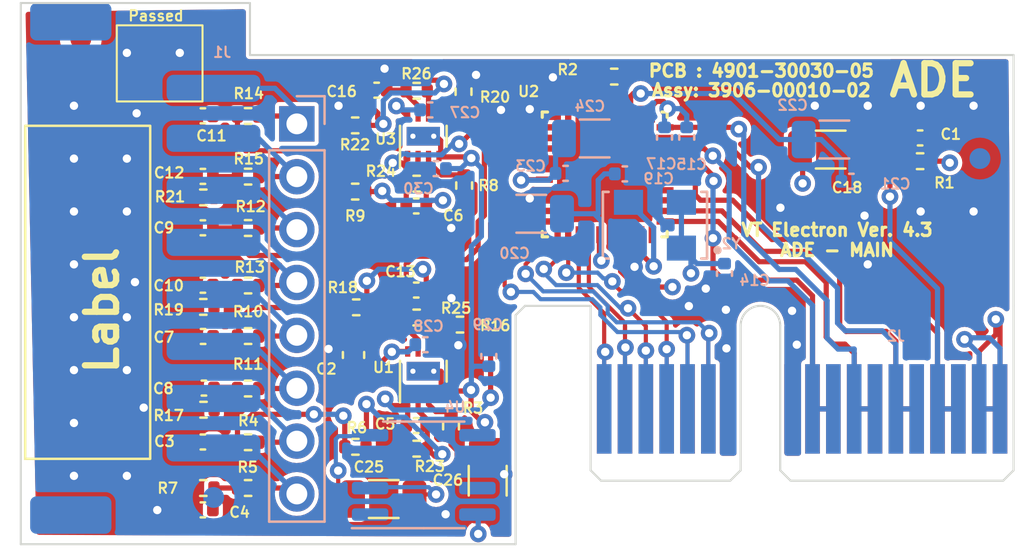
<source format=kicad_pcb>
(kicad_pcb (version 20240108) (generator "pcbnew") (generator_version "8.0")
  (layers (0 "F.Cu" signal) (1 "In1.Cu" signal) (2 "In2.Cu" signal) (31 "B.Cu" signal) (34 "B.Paste" user) (35 "F.Paste" user) (36 "B.SilkS" user "B.Silkscreen") (37 "F.SilkS" user "F.Silkscreen") (38 "B.Mask" user) (39 "F.Mask" user) (44 "Edge.Cuts" user))
  (net 0 "")
  (net 1 "GND")
  (net 2 "+3V3")
  (net 3 "/AVDDOUT")
  (net 4 "/DVDDOUT")
  (net 5 "/REF")
  (net 6 "/IRP")
  (net 7 "/ISP")
  (net 8 "/ITP")
  (net 9 "/INP")
  (net 10 "/UR+")
  (net 11 "/US+")
  (net 12 "/PM1")
  (net 13 "/RSP")
  (net 14 "/RSM")
  (net 15 "/RTP")
  (net 16 "/RTM")
  (net 17 "/RRP")
  (net 18 "/RRM")
  (net 19 "/RNP")
  (net 20 "/RNM")
  (net 21 "/UT+")
  (net 22 "/ADE_Reset")
  (net 23 "/O_IN")
  (net 24 "/O_OUT")
  (net 25 "/IRQ2")
  (net 26 "/IRQ1")
  (net 30 "/SCLK")
  (net 31 "/MISO")
  (net 32 "/MOSI")
  (net 33 "/SS")
  (net 34 "/READY")
  (net 35 "/RN")
  (net 36 "/RT")
  (net 37 "Net-(C4-Pad1)")
  (net 38 "Net-(C5-Pad2)")
  (net 39 "Net-(C6-Pad2)")
  (net 40 "Net-(C8-Pad1)")
  (net 41 "Net-(C10-Pad1)")
  (net 42 "Net-(C12-Pad1)")
  (net 43 "Net-(C13-Pad2)")
  (net 44 "Net-(C16-Pad2)")
  (net 45 "/RS")
  (net 46 "/RR")
  (net 47 "Net-(R3-Pad1)")
  (net 48 "Net-(R8-Pad1)")
  (net 49 "Net-(R16-Pad1)")
  (net 50 "Net-(R20-Pad1)")
  (net 51 "/UM")
  (net 52 "/C+")
  (net 53 "/UR-")
  (net 54 "/US-")
  (net 55 "/UT-")
  (net 56 "/C-")
  (footprint "Resistor_SMD:R_0402_1005Metric" (layer "F.Cu") (at -1 -27.39)
    (property "Reference" "R25")
    (property "Value" "137K")
  )
  (footprint "Resistor_SMD:R_0402_1005Metric" (layer "F.Cu") (at -3.9 -27.88 180)
    (property "Reference" "R18")
    (property "Value" "30K")
  )
  (footprint "Resistor_SMD:R_0402_1005Metric" (layer "F.Cu") (at -9.09 -19.2)
    (property "Reference" "R5")
    (property "Value" "0")
  )
  (footprint "Capacitor_SMD:C_0402_1005Metric" (layer "F.Cu") (at -11.26 -37.08 180)
    (property "Reference" "C11")
    (property "Value" "22n")
  )
  (footprint "Capacitor_SMD:C_0402_1005Metric" (layer "F.Cu") (at -1.02 -28.71)
    (property "Reference" "C13")
    (property "Value" "100n")
  )
  (footprint "Capacitor_SMD:C_0402_1005Metric" (layer "F.Cu") (at -11.26 -21.41 180)
    (property "Reference" "C3")
    (property "Value" "22n")
  )
  (footprint "Fiducial:Fiducial_1mm_Mask2mm" (layer "F.Cu") (at 25.781 -29.21)
    (property "Reference" "FID1" (hide yes))
    (property "Value" "Fiducial" (hide yes))
  )
  (footprint "Resistor_SMD:R_0402_1005Metric" (layer "F.Cu") (at -3.95 -33.44 180)
    (property "Reference" "R9")
    (property "Value" "30K")
  )
  (footprint "Capacitor_SMD:C_1206_3216Metric" (layer "F.Cu") (at 2.41 -19.55 90)
    (property "Reference" "C26")
    (property "Value" "10u" (hide yes))
  )
  (footprint "Resistor_SMD:R_0402_1005Metric" (layer "F.Cu") (at 1.25 -38.24 90)
    (property "Reference" "R20")
    (property "Value" "0")
  )
  (footprint "Capacitor_SMD:C_0603_1608Metric" (layer "F.Cu") (at -4.03 -25.59 90)
    (property "Reference" "C2")
    (property "Value" "100n")
  )
  (footprint "Capacitor_SMD:C_0402_1005Metric" (layer "F.Cu") (at -11.25 -26.48 180)
    (property "Reference" "C7")
    (property "Value" "22n")
  )
  (footprint "Symbol:Eticheta" (layer "F.Cu") (at -16.7894 -28.6004 90)
    (property "Reference" "TP1" (hide yes))
    (property "Value" "Eticheta" (hide yes))
  )
  (footprint "Resistor_SMD:R_0402_1005Metric" (layer "F.Cu") (at -3.94 -21.18 180)
    (property "Reference" "R6")
    (property "Value" "30K")
  )
  (footprint "Resistor_SMD:R_0402_1005Metric" (layer "F.Cu") (at 23.1648 -34.8996)
    (property "Reference" "R1")
    (property "Value" "1k" (hide yes))
  )
  (footprint "Resistor_SMD:R_0402_1005Metric" (layer "F.Cu") (at 1.28 -33.73 -90)
    (property "Reference" "R8")
    (property "Value" "0")
  )
  (footprint "Capacitor_SMD:C_0402_1005Metric" (layer "F.Cu") (at -11.26 -18.15 180)
    (property "Reference" "C4")
    (property "Value" "DNP")
  )
  (footprint "Capacitor_SMD:C_0402_1005Metric" (layer "F.Cu") (at 23.1648 -36.0172)
    (property "Reference" "C1")
    (property "Value" "22n")
  )
  (footprint "Fiducial:Fiducial_1mm_Mask2mm" (layer "F.Cu") (at -17.1196 -40.767)
    (property "Reference" "FID4" (hide yes))
    (property "Value" "Fiducial" (hide yes))
  )
  (footprint "Resistor_SMD:R_0402_1005Metric" (layer "F.Cu") (at -1 -38.28)
    (property "Reference" "R26")
    (property "Value" "137K")
  )
  (footprint "Capacitor_SMD:C_0402_1005Metric" (layer "F.Cu") (at -2.92 -38.31 180)
    (property "Reference" "C16")
    (property "Value" "100n")
  )
  (footprint "Resistor_SMD:R_0402_1005Metric" (layer "F.Cu") (at -9.09 -21.4)
    (property "Reference" "R4")
    (property "Value" "100")
  )
  (footprint "Capacitor_SMD:C_0402_1005Metric" (layer "F.Cu") (at -11.26 -34.17 180)
    (property "Reference" "C12")
    (property "Value" "DNP")
  )
  (footprint "Resistor_SMD:R_0402_1005Metric" (layer "F.Cu") (at -9.09 -23.98)
    (property "Reference" "R11")
    (property "Value" "0")
  )
  (footprint "Resistor_SMD:R_0402_1005Metric" (layer "F.Cu") (at -1 -33.82)
    (property "Reference" "R24")
    (property "Value" "137K")
  )
  (footprint "Resistor_SMD:R_0402_1005Metric" (layer "F.Cu") (at -9.09 -37.07)
    (property "Reference" "R14")
    (property "Value" "100")
  )
  (footprint "Resistor_SMD:R_0402_1005Metric" (layer "F.Cu") (at -1 -21.09)
    (property "Reference" "R23")
    (property "Value" "137K")
  )
  (footprint "Capacitor_SMD:C_1206_3216Metric" (layer "F.Cu") (at 18.8722 -35.4584)
    (property "Reference" "C18")
    (property "Value" "10u" (hide yes))
  )
  (footprint "Resistor_SMD:R_0402_1005Metric" (layer "F.Cu") (at -9.09 -26.5)
    (property "Reference" "R10")
    (property "Value" "100")
  )
  (footprint "Resistor_SMD:R_0402_1005Metric" (layer "F.Cu") (at -9.09 -34.16)
    (property "Reference" "R15")
    (property "Value" "0")
  )
  (footprint "Resistor_SMD:R_0402_1005Metric" (layer "F.Cu") (at -11.24 -33.16 180)
    (property "Reference" "R21")
    (property "Value" "0")
  )
  (footprint "Capacitor_SMD:C_0402_1005Metric" (layer "F.Cu") (at -1.02 -32.75)
    (property "Reference" "C6")
    (property "Value" "100n")
  )
  (footprint "Resistor_SMD:R_0402_1005Metric" (layer "F.Cu") (at -11.23 -22.96 180)
    (property "Reference" "R17")
    (property "Value" "0")
  )
  (footprint "Resistor_SMD:R_0402_1005Metric" (layer "F.Cu") (at -11.24 -19.2 180)
    (property "Reference" "R7")
    (property "Value" "0")
  )
  (footprint "Package_SON:WSON-8-1EP_2x2mm_P0.5mm_EP0.9x1.6mm_ThermalVias" (layer "F.Cu") (at -0.68 -36.1 90)
    (property "Reference" "U3")
    (property "Value" "TLV2186IDSGR" (hide yes))
  )
  (footprint "Capacitor_SMD:C_0402_1005Metric" (layer "F.Cu") (at -11.26 -31.7 180)
    (property "Reference" "C9")
    (property "Value" "22n")
  )
  (footprint "Capacitor_SMD:C_0402_1005Metric" (layer "F.Cu") (at -11.26 -28.94 180)
    (property "Reference" "C10")
    (property "Value" "DNP")
  )
  (footprint "Resistor_SMD:R_0402_1005Metric" (layer "F.Cu") (at 1.08 -27.05)
    (property "Reference" "R16")
    (property "Value" "0")
  )
  (footprint "Package_QFP:ADE9430" (layer "F.Cu") (at 8.0264 -34.2646 -90)
    (property "Reference" "U2")
    (property "Value" "ADE9430")
  )
  (footprint "Capacitor_SMD:C_0402_1005Metric" (layer "F.Cu") (at -1.02 -22.2)
    (property "Reference" "C5")
    (property "Value" "100n")
  )
  (footprint "Resistor_SMD:R_0402_1005Metric" (layer "F.Cu") (at -3.95 -36.62 180)
    (property "Reference" "R22")
    (property "Value" "30K")
  )
  (footprint "Resistor_SMD:R_0402_1005Metric" (layer "F.Cu") (at -9.09 -31.69)
    (property "Reference" "R12")
    (property "Value" "100")
  )
  (footprint "Package_SON:WSON-8-1EP_2x2mm_P0.5mm_EP0.9x1.6mm_ThermalVias" (layer "F.Cu") (at -0.68 -24.81 90)
    (property "Reference" "U1")
    (property "Value" "TLV2186IDSGR")
  )
  (footprint "Resistor_SMD:R_0402_1005Metric" (layer "F.Cu") (at 0.65 -22.17 -90)
    (property "Reference" "R3")
    (property "Value" "0")
  )
  (footprint "Resistor_SMD:R_0402_1005Metric" (layer "F.Cu") (at -11.24 -27.9 180)
    (property "Reference" "R19")
    (property "Value" "0")
  )
  (footprint "Resistor_SMD:R_0402_1005Metric" (layer "F.Cu") (at 8.4836 -38.9636 180)
    (property "Reference" "R2")
    (property "Value" "1k" (hide yes))
  )
  (footprint "Resistor_SMD:R_0402_1005Metric" (layer "F.Cu") (at -9.09 -28.93)
    (property "Reference" "R13")
    (property "Value" "0")
  )
  (footprint "Capacitor_SMD:C_1206_3216Metric" (layer "F.Cu") (at -2.58 -18.67 180)
    (property "Reference" "C25")
    (property "Value" "10u" (hide yes))
  )
  (footprint "Capacitor_SMD:C_0402_1005Metric" (layer "F.Cu") (at -11.21 -24 180)
    (property "Reference" "C8")
    (property "Value" "DNP")
  )
  (footprint "Fiducial:Fiducial_1mm_Mask2mm" (layer "B.Cu") (at -10.7442 -18.7452 180)
    (property "Reference" "FID3" (hide yes))
    (property "Value" "Fiducial" (hide yes))
  )
  (footprint "Capacitor_SMD:C_1206_3216Metric" (layer "B.Cu") (at 4.5 -32.375 180)
    (property "Reference" "C20")
    (property "Value" "10u")
  )
  (footprint "Oscillator:OSC_ECS-5032MV-245.7-BN-TR" (layer "B.Cu") (at 10.4375 -31.825 180)
    (property "Reference" "Y2")
    (property "Value" "ECS-5032MV-245.7-BN-TR")
  )
  (footprint "Connector_JST:A2501-SR08-XH8AWB" (layer "B.Cu") (at -14.35 -29.75 90)
    (property "Reference" "J1")
    (property "Value" "MUAS100-8-C-E")
  )
  (footprint "Capacitor_SMD:C_0402_1005Metric" (layer "B.Cu") (at 2.4638 -25.5296 -90)
    (property "Reference" "C29")
    (property "Value" "100n" (hide yes))
  )
  (footprint "Connector_PinHeader_2.54mm:PinHeader_1x08_P2.54mm_Vertical" (layer "B.Cu") (at -6.7502 -36.69298 180)
    (property "Reference" "J15" (hide yes))
    (property "Value" "MUAS100-8-C-E")
  )
  (footprint "Capacitor_SMD:C_0402_1005Metric" (layer "B.Cu") (at 6.1468 -34.3154)
    (property "Reference" "C23")
    (property "Value" "100n")
  )
  (footprint "Capacitor_SMD:C_0402_1005Metric" (layer "B.Cu") (at 11.9634 -36.0426 -90)
    (property "Reference" "C15")
    (property "Value" "100n")
  )
  (footprint "Capacitor_SMD:C_1206_3216Metric" (layer "B.Cu") (at 19.05 -35.941)
    (property "Reference" "C22")
    (property "Value" "10u")
  )
  (footprint "Connector_PCBEdge:BUS_PCIexpress_x1" (layer "B.Cu") (at 27 -23 180)
    (property "Reference" "J2")
    (property "Value" "Bus_PCI_Express_x1_MOD")
    (fp_line (start 19.65 4.95) (end 19.65 -2.95) (stroke (width 0.1)) (layer "Edge.Cuts"))
    (fp_line (start 19.65 -2.95) (end 19.15 -3.45) (stroke (width 0.1)) (layer "Edge.Cuts"))
    (fp_line (start 12.95 -3.45) (end 19.15 -3.45) (stroke (width 0.1)) (layer "Edge.Cuts"))
    (fp_line (start 12.45 4) (end 12.45 -2.95) (stroke (width 0.1)) (layer "Edge.Cuts"))
    (fp_line (start 12.45 -2.95) (end 12.95 -3.45) (stroke (width 0.1)) (layer "Edge.Cuts"))
    (fp_line (start 10.55 4) (end 10.55 -2.95) (stroke (width 0.1)) (layer "Edge.Cuts"))
    (fp_line (start 10.55 -2.95) (end 10.05 -3.45) (stroke (width 0.1)) (layer "Edge.Cuts"))
    (fp_line (start -0.15 -3.45) (end 10.05 -3.45) (stroke (width 0.1)) (layer "Edge.Cuts"))
    (fp_line (start -0.65 4.95) (end -0.65 -2.95) (stroke (width 0.1)) (layer "Edge.Cuts"))
    (fp_line (start -0.65 -2.95) (end -0.15 -3.45) (stroke (width 0.1)) (layer "Edge.Cuts"))
    (fp_arc (start 12.45 4) (mid 11.5 4.95) (end 10.55 4) (stroke (width 0.1)) (layer "Edge.Cuts"))
  )
  (footprint "Capacitor_SMD:C_0402_1005Metric" (layer "B.Cu") (at 10.8966 -36.0426 -90)
    (property "Reference" "C17")
    (property "Value" "100n")
  )
  (footprint "Capacitor_SMD:C_0402_1005Metric" (layer "B.Cu") (at 13.775 -29.5 -90)
    (property "Reference" "C14")
    (property "Value" "100n")
  )
  (footprint "Capacitor_SMD:C_0402_1005Metric" (layer "B.Cu") (at -0.0762 -34.544)
    (property "Reference" "C30")
    (property "Value" "100n" (hide yes))
  )
  (footprint "Capacitor_SMD:C_0402_1005Metric" (layer "B.Cu") (at 8.9916 -34.29)
    (property "Reference" "C19")
    (property "Value" "100n")
  )
  (footprint "Package_SO:SO-8_3.9x4.9mm_P1.27mm" (layer "B.Cu") (at -0.66 -19.83)
    (property "Reference" "U4")
    (property "Value" "MC7660DR2")
  )
  (footprint "Fiducial:Fiducial_1mm_Mask2mm" (layer "B.Cu") (at 26.035 -35.0266 180)
    (property "Reference" "FID2" (hide yes))
    (property "Value" "Fiducial" (hide yes))
  )
  (footprint "Capacitor_SMD:C_0402_1005Metric" (layer "B.Cu") (at -0.5842 -26.0858 180)
    (property "Reference" "C28")
    (property "Value" "100n" (hide yes))
  )
  (footprint "Capacitor_SMD:C_0402_1005Metric" (layer "B.Cu") (at -0.353 -37.3634 180)
    (property "Reference" "C27")
    (property "Value" "100n" (hide yes))
  )
  (footprint "Capacitor_SMD:C_1206_3216Metric" (layer "B.Cu") (at 7.5438 -35.9918)
    (property "Reference" "C24")
    (property "Value" "10u")
  )
  (footprint "Capacitor_SMD:C_0402_1005Metric" (layer "B.Cu") (at 19.8654 -33.9344)
    (property "Reference" "C21")
    (property "Value" "100n")
  )
  (gr_rect (start -15.3924 -41.4274) (end -11.2776 -37.7698) (stroke (width 0.1)) (fill none) (layer "F.SilkS"))
  (gr_line (start 3.8 -27.55) (end 4.2 -27.95) (stroke (width 0.1)) (layer "Edge.Cuts"))
  (gr_line (start -20 -42.5) (end -20 -16.5) (stroke (width 0.1)) (layer "Edge.Cuts"))
  (gr_line (start 27.65 -27.95) (end 27.65 -40) (stroke (width 0.1)) (layer "Edge.Cuts"))
  (gr_line (start -9 -42.5) (end -20 -42.5) (stroke (width 0.1)) (layer "Edge.Cuts"))
  (gr_line (start -20 -16.5) (end 3.75 -16.5) (stroke (width 0.1)) (layer "Edge.Cuts"))
  (gr_line (start -9 -40) (end 27.65 -40) (stroke (width 0.1)) (layer "Edge.Cuts"))
  (gr_line (start -9 -42.5) (end -9 -40) (stroke (width 0.1)) (layer "Edge.Cuts"))
  (gr_line (start 7.35 -27.95) (end 4.2 -27.95) (stroke (width 0.1)) (layer "Edge.Cuts"))
  (gr_line (start 3.75 -27.5) (end 3.75 -16.5) (stroke (width 0.1)) (layer "Edge.Cuts"))
  (gr_line (start 3.8 -27.55) (end 3.75 -27.5) (stroke (width 0.1)) (layer "Edge.Cuts"))
  (gr_text "PCB : 4901-30030-05" (at 15.5448 -39.243 0) (layer "F.SilkS") (effects (font (size 0.6 0.6))))
  (gr_text "VT Electron Ver. 4.3\nADE - MAIN" (at 19.177 -31.115 0) (layer "F.SilkS") (effects (font (size 0.6 0.6))))
  (gr_text "ADE" (at 23.7998 -38.7858 0) (layer "F.SilkS") (effects (font (size 1.5 1.5) (thickness 0.3))))
  (gr_text "Passed" (at -13.5128 -41.8846 0) (layer "F.SilkS") (effects (font (size 0.5 0.5) (thickness 0.1))))
  (gr_text "Assy: 3906-00010-02" (at 15.5448 -38.3032 0) (layer "F.SilkS") (effects (font (size 0.6 0.6))))
  (gr_text "Label" (at -16.1036 -27.7368 90) (layer "F.SilkS") (effects (font (size 1.5 1.5) (thickness 0.3))))
  (segment (start 0.39 -17.94) (end 2.275 -17.94) (width 0.25) (layer "F.Cu") (net 1))
  (segment (start 5.1308 -33.02) (end 4.4196 -33.02) (width 0.25) (layer "F.Cu") (net 1))
  (segment (start 1.38 -28.32) (end 0.67 -28.32) (width 0.25) (layer "F.Cu") (net 1))
  (segment (start -11.69 -24) (end -11.69 -23.01) (width 0.25) (layer "F.Cu") (net 1))
  (segment (start 9.271 -33.02) (end 8.0264 -34.2646) (width 0.25) (layer "F.Cu") (net 1))
  (segment (start -11.75 -33.16) (end -11.75 -34.16) (width 0.25) (layer "F.Cu") (net 1))
  (segment (start 4.4196 -33.102647) (end 4.428453 -33.1115) (width 0.25) (layer "F.Cu") (net 1))
  (segment (start -13.44 -18.15) (end -13.45 -18.14) (width 0.25) (layer "F.Cu") (net 1))
  (segment (start -11.73 -27.88) (end -11.75 -27.9) (width 0.25) (layer "F.Cu") (net 1))
  (segment (start 8.7884 -37.1602) (end 8.7884 -35.0266) (width 0.25) (layer "F.Cu") (net 1))
  (segment (start 6.7818 -37.986704) (end 6.7818 -37.1602) (width 0.25) (layer "F.Cu") (net 1))
  (segment (start 0.94 -18.49) (end 0.39 -17.94) (width 0.25) (layer "F.Cu") (net 1))
  (segment (start 1.69 -39.19) (end 1.85 -39.19) (width 0.25) (layer "F.Cu") (net 1))
  (segment (start 5.1308 -33.02) (end 6.7818 -33.02) (width 0.25) (layer "F.Cu") (net 1))
  (segment (start 6.2738 -36.0172) (end 8.0264 -34.2646) (width 0.25) (layer "F.Cu") (net 1))
  (segment (start 8.2804 -34.0106) (end 8.0264 -34.2646) (width 0.25) (layer "F.Cu") (net 1))
  (segment (start -11.74 -31.7) (end -11.74 -33.15) (width 0.25) (layer "F.Cu") (net 1))
  (segment (start 8.7884 -35.0266) (end 8.0264 -34.2646) (width 0.25) (layer "F.Cu") (net 1))
  (segment (start 9.457677 -29.842323) (end 9.271 -30.029) (width 0.25) (layer "F.Cu") (net 1))
  (segment (start -11.74 -34.17) (end -11.74 -37.08) (width 0.25) (layer "F.Cu") (net 1))
  (segment (start -14 -22.96) (end -14.1 -23.06) (width 0.25) (layer "F.Cu") (net 1))
  (segment (start -11.69 -23.01) (end -11.74 -22.96) (width 0.25) (layer "F.Cu") (net 1))
  (segment (start 1.28 -33.22) (end 1.28 -32.31) (width 0.25) (layer "F.Cu") (net 1))
  (segment (start 9.779 -36.0172) (end 8.0264 -34.2646) (width 0.25) (layer "F.Cu") (net 1))
  (segment (start 2.275 -17.94) (end 2.41 -18.075) (width 0.25) (layer "F.Cu") (net 1))
  (segment (start -11.74 -19.21) (end -11.75 -19.2) (width 0.25) (layer "F.Cu") (net 1))
  (segment (start 5.84 -38.93) (end 5.54 -38.93) (width 0.25) (layer "F.Cu") (net 1))
  (segment (start 1.59 -27.05) (end 1.59 -28.11) (width 0.25) (layer "F.Cu") (net 1))
  (segment (start 6.118504 -38.651496) (end 5.84 -38.93) (width 0.25) (layer "F.Cu") (net 1))
  (segment (start 14 -23) (end 14 -25.7764) (width 0.25) (layer "F.Cu") (net 1))
  (segment (start 17 -23) (end 17 -25.8392) (width 0.25) (layer "F.Cu") (net 1))
  (segment (start 1.59 -27.05) (end 1.59 -26.58) (width 0.25) (layer "F.Cu") (net 1))
  (segment (start -11.74 -22.96) (end -14 -22.96) (width 0.25) (layer "F.Cu") (net 1))
  (segment (start 0.94 -21) (end 0.94 -18.49) (width 0.25) (layer "F.Cu") (net 1))
  (segment (start 4.4196 -33.02) (end 4.4196 -33.102647) (width 0.25) (layer "F.Cu") (net 1))
  (segment (start 9.271 -31.369) (end 9.271 -33.02) (width 0.25) (layer "F.Cu") (net 1))
  (segment (start 8.7884 -37.1602) (end 8.7884 -38.7584) (width 0.25) (layer "F.Cu") (net 1))
  (segment (start -4.745 -26.365) (end -5.23 -25.88) (width 0.25) (layer "F.Cu") (net 1))
  (segment (start 9.271 -30.029) (end 9.271 -31.369) (width 0.25) (layer "F.Cu") (net 1))
  (segment (start 5.1308 -33.5026) (end 7.2644 -33.5026) (width 0.25) (layer "F.Cu") (net 1))
  (segment (start 0.65 -21.66) (end 0.65 -21.287693) (width 0.25) (layer "F.Cu") (net 1))
  (segment (start 9.779 -37.1602) (end 9.779 -36.0172) (width 0.25) (layer "F.Cu") (net 1))
  (segment (start 8.7884 -38.7584) (end 8.9936 -38.9636) (width 0.25) (layer "F.Cu") (net 1))
  (segment (start 6.118504 -38.65) (end 6.118504 -38.651496) (width 0.25) (layer "F.Cu") (net 1))
  (segment (start 4.6698 -37.1602) (end 4.43 -37.4) (width 0.25) (layer "F.Cu") (net 1))
  (segment (start 17 -25.8392) (end 17.2466 -26.0858) (width 0.25) (layer "F.Cu") (net 1))
  (segment (start -11.69 -24) (end -11.69 -26.44) (width 0.25) (layer "F.Cu") (net 1))
  (segment (start -11.75 -27.9) (end -11.75 -28.93) (width 0.25) (layer "F.Cu") (net 1))
  (segment (start 5.1308 -34.5186) (end 7.7724 -34.5186) (width 0.25) (layer "F.Cu") (net 1))
  (segment (start -4.03 -26.365) (end -4.745 -26.365) (width 0.25) (layer "F.Cu") (net 1))
  (segment (start -11.74 -37.08) (end -14.32 -37.08) (width 0.25) (layer "F.Cu") (net 1))
  (segment (start 1.85 -39.19) (end 1.85 -39.0455) (width 0.25) (layer "F.Cu") (net 1))
  (segment (start -11.69 -26.44) (end -11.73 -26.48) (width 0.25) (layer "F.Cu") (net 1))
  (segment (start 1.59 -28.11) (end 1.38 -28.32) (width 0.25) (layer "F.Cu") (net 1))
  (segment (start -11.75 -19.2) (end -11.75 -18.16) (width 0.25) (layer "F.Cu") (net 1))
  (segment (start 8.2804 -31.369) (end 8.2804 -34.0106) (width 0.25) (layer "F.Cu") (net 1))
  (segment (start 14 -25.7764) (end 13.8684 -25.908) (width 0.25) (layer "F.Cu") (net 1))
  (segment (start -11.74 -21.41) (end -11.74 -19.21) (width 0.25) (layer "F.Cu") (net 1))
  (segment (start 5.7658 -37.1602) (end 4.6698 -37.1602) (width 0.25) (layer "F.Cu") (net 1))
  (segment (start 1.59 -26.58) (end 1.07 -26.06) (width 0.25) (layer "F.Cu") (net 1))
  (segment (start -11.73 -26.48) (end -11.73 -27.88) (width 0.25) (layer "F.Cu") (net 1))
  (segment (start 0.937693 -21) (end 0.94 -21) (width 0.25) (layer "F.Cu") (net 1))
  (segment (start -11.75 -28.93) (end -11.74 -28.94) (width 0.25) (layer "F.Cu") (net 1))
  (segment (start 7.2644 -35.0266) (end 8.0264 -34.2646) (width 0.25) (layer "F.Cu") (net 1))
  (segment (start 6.7818 -33.02) (end 8.0264 -34.2646) (width 0.25) (layer "F.Cu") (net 1))
  (segment (start -11.75 -34.16) (end -11.74 -34.17) (width 0.25) (layer "F.Cu") (net 1))
  (segment (start -11.74 -33.15) (end -11.75 -33.16) (width 0.25) (layer "F.Cu") (net 1))
  (segment (start -11.74 -22.96) (end -11.74 -21.41) (width 0.25) (layer "F.Cu") (net 1))
  (segment (start 0.65 -21.287693) (end 0.937693 -21) (width 0.25) (layer "F.Cu") (net 1))
  (segment (start 6.118504 -38.65) (end 6.7818 -37.986704) (width 0.25) (layer "F.Cu") (net 1))
  (segment (start -11.75 -18.16) (end -11.74 -18.15) (width 0.25) (layer "F.Cu") (net 1))
  (segment (start 1.07 -26.06) (end 1.001 -26.06) (width 0.25) (layer "F.Cu") (net 1))
  (segment (start 7.7724 -34.5186) (end 8.0264 -34.2646) (width 0.25) (layer "F.Cu") (net 1))
  (segment (start 5.1308 -35.0266) (end 7.2644 -35.0266) (width 0.25) (layer "F.Cu") (net 1))
  (segment (start -14.37 -28.94) (end -14.52 -29.09) (width 0.25) (layer "F.Cu") (net 1))
  (segment (start 9.457677 -29.8255) (end 9.457677 -29.842323) (width 0.25) (layer "F.Cu") (net 1))
  (segment (start -11.74 -28.94) (end -11.74 -31.7) (width 0.25) (layer "F.Cu") (net 1))
  (segment (start 1.28 -32.31) (end 0.66 -31.69) (width 0.25) (layer "F.Cu") (net 1))
  (segment (start 1.25 -38.75) (end 1.69 -39.19) (width 0.25) (layer "F.Cu") (net 1))
  (segment (start -11.74 -28.94) (end -14.37 -28.94) (width 0.25) (layer "F.Cu") (net 1))
  (segment (start -14.32 -37.08) (end -14.44 -37.2) (width 0.25) (layer "F.Cu") (net 1))
  (segment (start 5.1308 -36.0172) (end 6.2738 -36.0172) (width 0.25) (layer "F.Cu") (net 1))
  (segment (start -11.74 -18.15) (end -13.44 -18.15) (width 0.25) (layer "F.Cu") (net 1))
  (via (at -17.4486 -32.483599) (size 0.8) (drill 0.4) (layers "F.Cu" "B.Cu") (net 1))
  (via (at 23.1914 -32.483599) (size 0.8) (drill 0.4) (layers "F.Cu" "B.Cu") (net 1))
  (via (at 12.8778 -28.7782) (size 0.8) (drill 0.4) (layers "F.Cu" "B.Cu") (net 1))
  (via (at -17.4486 -27.403599) (size 0.8) (drill 0.4) (layers "F.Cu" "B.Cu") (net 1))
  (via (at -14.9086 -27.403599) (size 0.8) (drill 0.4) (layers "F.Cu" "B.Cu") (net 1))
  (via (at 20.6514 -29.943599) (size 0.8) (drill 0.4) (layers "F.Cu" "B.Cu") (net 1))
  (via (at -14.9086 -19.783599) (size 0.8) (drill 0.4) (layers "F.Cu" "B.Cu") (net 1))
  (via (at 3.048 -37.3634) (size 0.8) (drill 0.4) (layers "F.Cu" "B.Cu") (net 1))
  (via (at -17.4486 -29.943599) (size 0.8) (drill 0.4) (layers "F.Cu" "B.Cu") (net 1))
  (via (at 12.065 -27.94) (size 0.8) (drill 0.4) (layers "F.Cu" "B.Cu") (net 1))
  (via (at -2.54 -39.3446) (size 0.8) (drill 0.4) (layers "F.Cu" "B.Cu") (net 1))
  (via (at -14.9086 -35.023599) (size 0.8) (drill 0.4) (layers "F.Cu" "B.Cu") (net 1))
  (via (at 17.2466 -26.0858) (size 0.8) (drill 0.4) (layers "F.Cu" "B.Cu") (net 1))
  (via (at 4.43 -37.4) (size 0.8) (drill 0.4) (layers "F.Cu" "B.Cu") (net 1))
  (via (at 3.2004 -19.8628) (size 0.8) (drill 0.4) (layers "F.Cu" "B.Cu") (net 1))
  (via (at -17.4486 -19.783599) (size 0.8) (drill 0.4) (layers "F.Cu" "B.Cu") (net 1))
  (via (at 25.7314 -32.483599) (size 0.8) (drill 0.4) (layers "F.Cu" "B.Cu") (net 1))
  (via (at -14.44 -37.2) (size 0.8) (drill 0.4) (layers "F.Cu" "B.Cu") (net 1))
  (via (at 13.843 -27.7622) (size 0.8) (drill 0.4) (layers "F.Cu" "B.Cu") (net 1))
  (via (at -17.4486 -24.863599) (size 0.8) (drill 0.4) (layers "F.Cu" "B.Cu") (net 1))
  (via (at -14.1 -23.06) (size 0.8) (drill 0.4) (layers "F.Cu" "B.Cu") (net 1))
  (via (at 4.428453 -33.1115) (size 0.8) (drill 0.4) (layers "F.Cu" "B.Cu") (net 1))
  (via (at 17.018 -27.7114) (size 0.8) (drill 0.4) (layers "F.Cu" "B.Cu") (net 1))
  (via (at -13.45 -18.14) (size 0.8) (drill 0.4) (layers "F.Cu" "B.Cu") (net 1))
  (via (at 0.39 -17.94) (size 0.8) (drill 0.4) (layers "F.Cu" "B.Cu") (net 1))
  (via (at 9.457677 -29.8255) (size 0.8) (drill 0.4) (layers "F.Cu" "B.Cu") (net 1))
  (via (at -14.9086 -40.103599) (size 0.8) (drill 0.4) (layers "F.Cu" "B.Cu") (net 1))
  (via (at 25.7314 -37.563599) (size 0.8) (drill 0.4) (layers "F.Cu" "B.Cu") (net 1))
  (via (at 16.4592 -32.6644) (size 0.8) (drill 0.4) (layers "F.Cu" "B.Cu") (net 1))
  (via (at 5.54 -38.93) (size 0.8) (drill 0.4) (layers "F.Cu" "B.Cu") (net 1))
  (via (at -17.4486 -22.323599) (size 0.8) (drill 0.4) (layers "F.Cu" "B.Cu") (net 1))
  (via (at 13.8684 -25.908) (size 0.8) (drill 0.4) (layers "F.Cu" "B.Cu") (net 1))
  (via (at 1.001 -26.06) (size 0.8) (drill 0.4) (layers "F.Cu" "B.Cu") (net 1))
  (via (at -17.4486 -37.563599) (size 0.8) (drill 0.4) (layers "F.Cu" "B.Cu") (net 1))
  (via (at 0.67 -28.32) (size 0.8) (drill 0.4) (layers "F.Cu" "B.Cu") (net 1))
  (via (at 18.1114 -37.563599) (size 0.8) (drill 0.4) (layers "F.Cu" "B.Cu") (net 1))
  (via (at -17.4486 -35.023599) (size 0.8) (drill 0.4) (layers "F.Cu" "B.Cu") (net 1))
  (via (at -5.23 -25.88) (size 0.8) (drill 0.4) (layers "F.Cu" "B.Cu") (net 1))
  (via (at 0.66 -31.69) (size 0.8) (drill 0.4) (layers "F.Cu" "B.Cu") (net 1))
  (via (at -12.3686 -40.103599) (size 0.8) (drill 0.4) (layers "F.Cu" "B.Cu") (net 1))
  (via (at -14.9086 -24.863599) (size 0.8) (drill 0.4) (layers "F.Cu" "B.Cu") (net 1))
  (via (at -4.7486 -37.563599) (size 0.8) (drill 0.4) (layers "F.Cu" "B.Cu") (net 1))
  (via (at 23.1914 -37.563599) (size 0.8) (drill 0.4) (layers "F.Cu" "B.Cu") (net 1))
  (via (at 20.6514 -37.563599) (size 0.8) (drill 0.4) (layers "F.Cu" "B.Cu") (net 1))
  (via (at 1.85 -39.0455) (size 0.8) (drill 0.4) (layers "F.Cu" "B.Cu") (net 1))
  (via (at 20.4978 -32.2834) (size 0.8) (drill 0.4) (layers "F.Cu" "B.Cu") (net 1))
  (via (at -14.52 -29.09) (size 0.8) (drill 0.4) (layers "F.Cu" "B.Cu") (net 1))
  (via (at -14.9086 -32.483599) (size 0.8) (drill 0.4) (layers "F.Cu" "B.Cu") (net 1))
  (segment (start 17 -25.8392) (end 17.2466 -26.0858) (width 0.25) (layer "B.Cu") (net 1))
  (segment (start 6.7404 -34.3154) (end 8.4168 -35.9918) (width 0.25) (layer "B.Cu") (net 1))
  (segment (start 9.1675 -30.725) (end 9.1675 -30.115677) (width 0.25) (layer "B.Cu") (net 1))
  (segment (start 1.915 -20.465) (end 2.5982 -20.465) (width 0.25) (layer "B.Cu") (net 1))
  (segment (start 2.5982 -20.465) (end 3.2004 -19.8628) (width 0.25) (layer "B.Cu") (net 1))
  (segment (start 3.025 -32.375) (end 3.691953 -32.375) (width 0.25) (layer "B.Cu") (net 1))
  (segment (start 20.6248 -34.2138) (end 20.6248 -35.8412) (width 0.25) (layer "B.Cu") (net 1))
  (segment (start 13.775 -29.02) (end 13.1196 -29.02) (width 0.25) (layer "B.Cu") (net 1))
  (segment (start 14 -23) (end 14 -25.7764) (width 0.25) (layer "B.Cu") (net 1))
  (segment (start 0.9752 -26.0858) (end 1.001 -26.06) (width 0.25) (layer "B.Cu") (net 1))
  (segment (start 14 -25.7764) (end 13.8684 -25.908) (width 0.25) (layer "B.Cu") (net 1))
  (segment (start 20.3454 -33.9344) (end 20.6248 -34.2138) (width 0.25) (layer "B.Cu") (net 1))
  (segment (start 3.691953 -32.375) (end 4.428453 -33.1115) (width 0.25) (layer "B.Cu") (net 1))
  (segment (start -0.1042 -26.0858) (end 0.9752 -26.0858) (width 0.25) (layer "B.Cu") (net 1))
  (segment (start 17 -23) (end 17 -25.8392) (width 0.25) (layer "B.Cu") (net 1))
  (segment (start 20.6248 -35.8412) (end 20.525 -35.941) (width 0.25) (layer "B.Cu") (net 1))
  (segment (start 6.6268 -34.3154) (end 6.7404 -34.3154) (width 0.25) (layer "B.Cu") (net 1))
  (segment (start 8.4168 -35.9918) (end 9.0188 -35.9918) (width 0.25) (layer "B.Cu") (net 1))
  (segment (start 13.1196 -29.02) (end 12.8778 -28.7782) (width 0.25) (layer "B.Cu") (net 1))
  (segment (start 9.4716 -35.539) (end 9.0188 -35.9918) (width 0.25) (layer "B.Cu") (net 1))
  (segment (start 9.1675 -30.925) (end 9.3 -30.925) (width 0.25) (layer "B.Cu") (net 1))
  (segment (start 9.4716 -34.29) (end 9.4716 -35.539) (width 0.25) (layer "B.Cu") (net 1))
  (segment (start 10.287 -37.5412) (end 10.5156 -37.7698) (width 0.25) (layer "F.Cu") (net 2))
  (segment (start 26.797 -26.5684) (end 26.797 -27.305) (width 0.25) (layer "F.Cu") (net 2))
  (segment (start -1.43 -25.76) (end -2.17 -25.76) (width 0.25) (layer "F.Cu") (net 2))
  (segment (start 26 -23) (end 26 -25.7714) (width 0.25) (layer "F.Cu") (net 2))
  (segment (start 10.3656 -28.8544) (end 10.03 -29.19) (width 0.25) (layer "F.Cu") (net 2))
  (segment (start 11.2776 -28.8544) (end 10.3656 -28.8544) (width 0.25) (layer "F.Cu") (net 2))
  (segment (start 10.8458 -37.7698) (end 11.05 -37.5656) (width 0.25) (layer "F.Cu") (net 2))
  (segment (start 23.6748 -34.8996) (end 24.511 -34.8996) (width 0.25) (layer "F.Cu") (net 2))
  (segment (start 10.287 -37.1602) (end 10.287 -37.5412) (width 0.25) (layer "F.Cu") (net 2))
  (segment (start 26 -25.7714) (end 26.797 -26.5684) (width 0.25) (layer "F.Cu") (net 2))
  (segment (start 10.03 -29.19) (end 9.21 -29.19) (width 0.25) (layer "F.Cu") (net 2))
  (segment (start 17.526 -35.3296) (end 17.3972 -35.4584) (width 0.25) (layer "F.Cu") (net 2))
  (segment (start 11.1408 -37.5158) (end 11.05 -37.425) (width 0.25) (layer "F.Cu") (net 2))
  (segment (start 26.797 -27.305) (end 27 -27.102) (width 0.25) (layer "F.Cu") (net 2))
  (segment (start -3.115 -24.815) (end -2.19 -25.74) (width 0.25) (layer "F.Cu") (net 2))
  (segment (start 9.21 -29.19) (end 8.7884 -29.6116) (width 0.25) (layer "F.Cu") (net 2))
  (segment (start 8.7884 -29.6116) (end 8.7884 -31.369) (width 0.25) (layer "F.Cu") (net 2))
  (segment (start 10.5156 -37.7698) (end 10.8458 -37.7698) (width 0.25) (layer "F.Cu") (net 2))
  (segment (start 26 -23) (end 27 -23) (width 0.25) (layer "F.Cu") (net 2))
  (segment (start 27 -27.102) (end 27 -23.55) (width 0.25) (layer "F.Cu") (net 2))
  (segment (start -4.03 -24.815) (end -3.115 -24.815) (width 0.25) (layer "F.Cu") (net 2))
  (segment (start -1.9755 -37.553372) (end -1.933372 -37.553372) (width 0.25) (layer "F.Cu") (net 2))
  (segment (start -2.17 -25.76) (end -2.19 -25.74) (width 0.25) (layer "F.Cu") (net 2))
  (segment (start -1.933372 -37.553372) (end -1.43 -37.05) (width 0.25) (layer "F.Cu") (net 2))
  (segment (start 17.526 -33.8328) (end 17.526 -35.3296) (width 0.25) (layer "F.Cu") (net 2))
  (segment (start 24.511 -34.8996) (end 24.5872 -34.8234) (width 0.25) (layer "F.Cu") (net 2))
  (segment (start 11.05 -37.5656) (end 11.05 -37.425) (width 0.25) (layer "F.Cu") (net 2))
  (via (at 1.9558 -16.9926) (size 0.8) (drill 0.4) (layers "F.Cu" "B.Cu") (net 2))
  (via (at 26.797 -27.305) (size 0.8) (drill 0.4) (layers "F.Cu" "B.Cu") (net 2))
  (via (at 25.2984 -26.3398) (size 0.8) (drill 0.4) (layers "F.Cu" "B.Cu") (net 2))
  (via (at 11.05 -37.425) (size 0.8) (drill 0.4) (layers "F.Cu" "B.Cu") (net 2))
  (via (at 24.5872 -34.8234) (size 0.8) (drill 0.4) (layers "F.Cu" "B.Cu") (net 2))
  (via (at 11.2776 -28.8544) (size 0.8) (drill 0.4) (layers "F.Cu" "B.Cu") (net 2))
  (via (at -2.19 -25.74) (size 0.8) (drill 0.4) (layers "F.Cu" "B.Cu") (net 2))
  (via (at 12.1666 -29.5148) (size 0.8) (drill 0.4) (layers "F.Cu" "B.Cu") (net 2))
  (via (at -1.9755 -37.553372) (size 0.8) (drill 0.4) (layers "F.Cu" "B.Cu") (net 2))
  (via (at 17.526 -33.8328) (size 0.8) (drill 0.4) (layers "F.Cu" "B.Cu") (net 2))
  (segment (start 12.1666 -29.5148) (end 12.1666 -30.2659) (width 0.25) (layer "B.Cu") (net 2))
  (segment (start -1.41 -25.74) (end -1.0642 -26.0858) (width 0.25) (layer "B.Cu") (net 2))
  (segment (start 10.8966 -37.2716) (end 11.05 -37.425) (width 0.25) (layer "B.Cu") (net 2))
  (segment (start 10.8966 -36.5226) (end 10.8966 -37.2716) (width 0.25) (layer "B.Cu") (net 2))
  (segment (start 26.4922 -26.416) (end 25.3746 -26.416) (width 0.25) (layer "B.Cu") (net 2))
  (segment (start 26 -23) (end 26 -25.6382) (width 0.25) (layer "B.Cu") (net 2))
  (segment (start 1.9558 -16.9926) (end 1.9558 -17.8842) (width 0.25) (layer "B.Cu") (net 2))
  (segment (start 11.7075 -32.925) (end 11.7075 -30.725) (width 0.25) (layer "B.Cu") (net 2))
  (segment (start 11.6478 -37.425) (end 11.05 -37.425) (width 0.25) (layer "B.Cu") (net 2))
  (segment (start 1.9558 -17.8842) (end 1.915 -17.925) (width 0.25) (layer "B.Cu") (net 2))
  (segment (start -2.19 -25.74) (end -1.41 -25.74) (width 0.25) (layer "B.Cu") (net 2))
  (segment (start 27 -25.9082) (end 26.4922 -26.416) (width 0.25) (layer "B.Cu") (net 2))
  (segment (start -1.785528 -37.3634) (end -1.9755 -37.553372) (width 0.25) (layer "B.Cu") (net 2))
  (segment (start 12.4525 -29.98) (end 11.7075 -30.725) (width 0.25) (layer "B.Cu") (net 2))
  (segment (start 25.3746 -26.416) (end 25.2984 -26.3398) (width 0.25) (layer "B.Cu") (net 2))
  (segment (start 11.9634 -36.5226) (end 11.9634 -37.1094) (width 0.25) (layer "B.Cu") (net 2))
  (segment (start 27 -23) (end 27 -25.9082) (width 0.25) (layer "B.Cu") (net 2))
  (segment (start 1.915 -17.925) (end 1.915 -17.895) (width 0.25) (layer "B.Cu") (net 2))
  (segment (start 27 -23) (end 26 -23) (width 0.25) (layer "B.Cu") (net 2))
  (segment (start 26 -25.6382) (end 25.2984 -26.3398) (width 0.25) (layer "B.Cu") (net 2))
  (segment (start 13.775 -29.98) (end 12.4525 -29.98) (width 0.25) (layer "B.Cu") (net 2))
  (segment (start 12.1666 -30.2659) (end 11.7075 -30.725) (width 0.25) (layer "B.Cu") (net 2))
  (segment (start -0.833 -37.3634) (end -1.785528 -37.3634) (width 0.25) (layer "B.Cu") (net 2))
  (segment (start 11.9634 -37.1094) (end 11.6478 -37.425) (width 0.25) (layer "B.Cu") (net 2))
  (segment (start 7.7724 -31.369) (end 7.7724 -30.1752) (width 0.25) (layer "F.Cu") (net 3))
  (segment (start 7.7724 -30.1752) (end 7.8232 -30.1244) (width 0.25) (layer "F.Cu") (net 3))
  (segment (start 7.8232 -30.1244) (end 7.8639 -30.1244) (width 0.25) (layer "F.Cu") (net 3))
  (via (at 7.8639 -30.1244) (size 0.8) (drill 0.4) (layers "F.Cu" "B.Cu") (net 3))
  (segment (start 5.975 -32.375) (end 7.525 -32.375) (width 0.25) (layer "B.Cu") (net 3))
  (segment (start 7.525 -32.375) (end 7.715 -32.375) (width 0.25) (layer "B.Cu") (net 3))
  (segment (start 7.715 -33.99) (end 8.015 -34.29) (width 0.25) (layer "B.Cu") (net 3))
  (segment (start 7.715 -32.375) (end 7.715 -33.99) (width 0.25) (layer "B.Cu") (net 3))
  (segment (start 8.015 -34.29) (end 8.5116 -34.29) (width 0.25) (layer "B.Cu") (net 3))
  (segment (start 7.8639 -32.0361) (end 7.525 -32.375) (width 0.25) (layer "B.Cu") (net 3))
  (segment (start 7.8639 -30.1244) (end 7.8639 -32.0361) (width 0.25) (layer "B.Cu") (net 3))
  (segment (start 9.398 -38.1508) (end 9.7536 -38.1508) (width 0.25) (layer "F.Cu") (net 4))
  (segment (start 9.271 -38.0238) (end 9.271 -37.1602) (width 0.25) (layer "F.Cu") (net 4))
  (segment (start 9.271 -38.0238) (end 9.398 -38.1508) (width 0.25) (layer "F.Cu") (net 4))
  (via (at 9.7536 -38.1508) (size 0.8) (drill 0.4) (layers "F.Cu" "B.Cu") (net 4))
  (segment (start 17.575 -35.941) (end 18.415 -35.941) (width 0.25) (layer "B.Cu") (net 4))
  (segment (start 16.4084 -35.941) (end 17.575 -35.941) (width 0.25) (layer "B.Cu") (net 4))
  (segment (start 19.3854 -34.9706) (end 19.3854 -33.9344) (width 0.25) (layer "B.Cu") (net 4))
  (segment (start 9.7536 -38.1508) (end 14.1986 -38.1508) (width 0.25) (layer "B.Cu") (net 4))
  (segment (start 14.1986 -38.1508) (end 16.4084 -35.941) (width 0.25) (layer "B.Cu") (net 4))
  (segment (start 18.415 -35.941) (end 19.3854 -34.9706) (width 0.25) (layer "B.Cu") (net 4))
  (segment (start 4.0386 -34.0106) (end 4.0132 -33.9852) (width 0.25) (layer "F.Cu") (net 5))
  (segment (start 5.1308 -34.0106) (end 4.0386 -34.0106) (width 0.25) (layer "F.Cu") (net 5))
  (via (at 4.0132 -33.9852) (size 0.8) (drill 0.4) (layers "F.Cu" "B.Cu") (net 5))
  (segment (start 5.6668 -34.3154) (end 5.6668 -35.5898) (width 0.25) (layer "B.Cu") (net 5))
  (segment (start 5.3366 -33.9852) (end 4.0132 -33.9852) (width 0.25) (layer "B.Cu") (net 5))
  (segment (start 5.6668 -35.5898) (end 6.0688 -35.9918) (width 0.25) (layer "B.Cu") (net 5))
  (segment (start 5.3366 -33.9852) (end 5.6668 -34.3154) (width 0.25) (layer "B.Cu") (net 5))
  (segment (start 6.29 -39.67) (end 0.29 -39.67) (width 0.25) (layer "F.Cu") (net 6))
  (segment (start -0.93 -37.56) (end -1.51 -38.14) (width 0.25) (layer "F.Cu") (net 6))
  (segment (start 6.4514 -38.8114) (end 6.4514 -39.5086) (width 0.25) (layer "F.Cu") (net 6))
  (segment (start -1.03 -39.27) (end -1.51 -38.79) (width 0.25) (layer "F.Cu") (net 6))
  (segment (start 0.29 -39.67) (end -0.11 -39.27) (width 0.25) (layer "F.Cu") (net 6))
  (segment (start 6.4514 -39.5086) (end 6.29 -39.67) (width 0.25) (layer "F.Cu") (net 6))
  (segment (start -1.51 -38.79) (end -1.51 -38.28) (width 0.25) (layer "F.Cu") (net 6))
  (segment (start -0.93 -37.05) (end -0.93 -37.56) (width 0.25) (layer "F.Cu") (net 6))
  (segment (start -1.54 -38.31) (end -1.51 -38.28) (width 0.25) (layer "F.Cu") (net 6))
  (segment (start 7.2644 -37.9984) (end 6.4514 -38.8114) (width 0.25) (layer "F.Cu") (net 6))
  (segment (start 7.2644 -37.1602) (end 7.2644 -37.9984) (width 0.25) (layer "F.Cu") (net 6))
  (segment (start -1.51 -38.14) (end -1.51 -38.28) (width 0.25) (layer "F.Cu") (net 6))
  (segment (start -2.44 -38.31) (end -1.54 -38.31) (width 0.25) (layer "F.Cu") (net 6))
  (segment (start -0.11 -39.27) (end -1.03 -39.27) (width 0.25) (layer "F.Cu") (net 6))
  (segment (start 2.032 -36.680076) (end 2.032 -37.7444) (width 0.25) (layer "F.Cu") (net 7))
  (segment (start -1.5 -32.75) (end -1.5 -33.81) (width 0.25) (layer "F.Cu") (net 7))
  (segment (start 2.032 -37.7444) (end 2.4376 -38.15) (width 0.25) (layer "F.Cu") (net 7))
  (segment (start 1.1 -35.748076) (end 2.032 -36.680076) (width 0.25) (layer "F.Cu") (net 7))
  (segment (start 1.04 -35.73) (end 1.058076 -35.748076) (width 0.25) (layer "F.Cu") (net 7))
  (segment (start -1.51 -35.07) (end -1.43 -35.15) (width 0.25) (layer "F.Cu") (net 7))
  (segment (start -1.51 -33.82) (end -1.51 -34.6) (width 0.25) (layer "F.Cu") (net 7))
  (segment (start 1.058076 -35.748076) (end 1.1 -35.748076) (width 0.25) (layer "F.Cu") (net 7))
  (segment (start -1.73 -34.82) (end -1.51 -34.6) (width 0.25) (layer "F.Cu") (net 7))
  (segment (start 6.124208 -38.15) (end 6.2738 -38.000408) (width 0.25) (layer "F.Cu") (net 7))
  (segment (start -1.5 -33.81) (end -1.51 -33.82) (width 0.25) (layer "F.Cu") (net 7))
  (segment (start -2.15 -34.82) (end -1.73 -34.82) (width 0.25) (layer "F.Cu") (net 7))
  (segment (start 2.4376 -38.15) (end 6.124208 -38.15) (width 0.25) (layer "F.Cu") (net 7))
  (segment (start 6.2738 -38.000408) (end 6.2738 -37.1602) (width 0.25) (layer "F.Cu") (net 7))
  (segment (start -1.51 -34.6) (end -1.51 -35.07) (width 0.25) (layer "F.Cu") (net 7))
  (via (at 1.04 -35.73) (size 0.8) (drill 0.4) (layers "F.Cu" "B.Cu") (net 7))
  (via (at -2.15 -34.82) (size 0.8) (drill 0.4) (layers "F.Cu" "B.Cu") (net 7))
  (segment (start 1.04 -35.73) (end 0.7288 -35.73) (width 0.25) (layer "B.Cu") (net 7))
  (segment (start -1.4224 -35.2044) (end -1.4732 -35.2552) (width 0.25) (layer "B.Cu") (net 7))
  (segment (start -1.7148 -35.2552) (end -2.15 -34.82) (width 0.25) (layer "B.Cu") (net 7))
  (segment (start -1.4732 -35.2552) (end -1.7148 -35.2552) (width 0.25) (layer "B.Cu") (net 7))
  (segment (start 0.7288 -35.73) (end 0.2032 -35.2044) (width 0.25) (layer "B.Cu") (net 7))
  (segment (start 0.2032 -35.2044) (end -1.4224 -35.2044) (width 0.25) (layer "B.Cu") (net 7))
  (segment (start -0.93 -26.32) (end -1.53 -26.92) (width 0.25) (layer "F.Cu") (net 8))
  (segment (start -1.51 -28.7) (end -1.5 -28.71) (width 0.25) (layer "F.Cu") (net 8))
  (segment (start 5.1308 -36.5252) (end 2.9752 -36.5252) (width 0.25) (layer "F.Cu") (net 8))
  (segment (start 2.25 -32.29) (end 1.95 -31.99) (width 0.25) (layer "F.Cu") (net 8))
  (segment (start 0.445489 -30.334511) (end -1.115489 -30.334511) (width 0.25) (layer "F.Cu") (net 8))
  (segment (start 0.61 -30.17) (end 0.445489 -30.334511) (width 0.25) (layer "F.Cu") (net 8))
  (segment (start -1.51 -27.39) (end -1.51 -28.7) (width 0.25) (layer "F.Cu") (net 8))
  (segment (start -1.115489 -30.334511) (end -1.5 -29.95) (width 0.25) (layer "F.Cu") (net 8))
  (segment (start 1.95 -30.73) (end 1.39 -30.17) (width 0.25) (layer "F.Cu") (net 8))
  (segment (start -1.53 -27.37) (end -1.51 -27.39) (width 0.25) (layer "F.Cu") (net 8))
  (segment (start 2.25 -35.8) (end 2.25 -32.29) (width 0.25) (layer "F.Cu") (net 8))
  (segment (start -1.53 -26.92) (end -1.53 -27.37) (width 0.25) (layer "F.Cu") (net 8))
  (segment (start -0.93 -25.76) (end -0.93 -26.32) (width 0.25) (layer "F.Cu") (net 8))
  (segment (start 1.95 -31.99) (end 1.95 -30.73) (width 0.25) (layer "F.Cu") (net 8))
  (segment (start -1.5 -29.95) (end -1.5 -28.71) (width 0.25) (layer "F.Cu") (net 8))
  (segment (start 1.39 -30.17) (end 0.61 -30.17) (width 0.25) (layer "F.Cu") (net 8))
  (segment (start 2.9752 -36.5252) (end 2.25 -35.8) (width 0.25) (layer "F.Cu") (net 8))
  (segment (start 2.95 -32.3) (end 2.55 -31.9) (width 0.25) (layer "F.Cu") (net 9))
  (segment (start 2.55 -31.9) (end 2.55 -23.54) (width 0.25) (layer "F.Cu") (net 9))
  (segment (start -1.43 -23.16) (end -2.19 -23.16) (width 0.25) (layer "F.Cu") (net 9))
  (segment (start -1.43 -23.86) (end -1.43 -23.16) (width 0.25) (layer "F.Cu") (net 9))
  (segment (start 5.1308 -35.5092) (end 3.5092 -35.5092) (width 0.25) (layer "F.Cu") (net 9))
  (segment (start -1.5 -22.2) (end -1.5 -21.1) (width 0.25) (layer "F.Cu") (net 9))
  (segment (start -2.19 -23.16) (end -2.51 -23.48) (width 0.25) (layer "F.Cu") (net 9))
  (segment (start 2.95 -34.95) (end 2.95 -32.3) (width 0.25) (layer "F.Cu") (net 9))
  (segment (start 3.5092 -35.5092) (end 2.95 -34.95) (width 0.25) (layer "F.Cu") (net 9))
  (segment (start -1.43 -22.27) (end -1.5 -22.2) (width 0.25) (layer "F.Cu") (net 9))
  (segment (start -1.43 -23.16) (end -1.43 -22.27) (width 0.25) (layer "F.Cu") (net 9))
  (segment (start -1.5 -21.1) (end -1.51 -21.09) (width 0.25) (layer "F.Cu") (net 9))
  (via (at 2.55 -23.54) (size 0.8) (drill 0.4) (layers "F.Cu" "B.Cu") (net 9))
  (via (at -2.51 -23.48) (size 0.8) (drill 0.4) (layers "F.Cu" "B.Cu") (net 9))
  (segment (start -2.51 -23.36) (end -2.1 -22.95) (width 0.25) (layer "B.Cu") (net 9))
  (segment (start -2.1 -22.95) (end 2.08 -22.95) (width 0.25) (layer "B.Cu") (net 9))
  (segment (start 2.08 -22.95) (end 2.55 -23.42) (width 0.25) (layer "B.Cu") (net 9))
  (segment (start -2.51 -23.48) (end -2.51 -23.36) (width 0.25) (layer "B.Cu") (net 9))
  (segment (start 2.55 -23.42) (end 2.55 -23.54) (width 0.25) (layer "B.Cu") (net 9))
  (segment (start 3.2258 -28.91822) (end 3.52402 -28.62) (width 0.2) (layer "F.Cu") (net 10))
  (segment (start 12 -26.51) (end 11.97 -26.54) (width 0.2) (layer "F.Cu") (net 10))
  (segment (start 4.3688 -32.512) (end 3.2766 -31.4198) (width 0.2) (layer "F.Cu") (net 10))
  (segment (start 5.1308 -32.512) (end 4.3688 -32.512) (width 0.2) (layer "F.Cu") (net 10))
  (segment (start 3.2258 -31.4198) (end 3.2258 -28.91822) (width 0.2) (layer "F.Cu") (net 10))
  (segment (start 12 -23) (end 12 -26.51) (width 0.2) (layer "F.Cu") (net 10))
  (segment (start 3.2766 -31.4198) (end 3.2258 -31.4198) (width 0.2) (layer "F.Cu") (net 10))
  (via (at 11.97 -26.54) (size 0.8) (drill 0.4) (layers "F.Cu" "B.Cu") (net 10))
  (via (at 3.52402 -28.62) (size 0.8) (drill 0.4) (layers "F.Cu" "B.Cu") (net 10))
  (segment (start 4.95 -28.27) (end 7.426414 -28.27) (width 0.2) (layer "B.Cu") (net 10))
  (segment (start 8.64 -26.69) (end 7.818207 -27.511793) (width 0.2) (layer "B.Cu") (net 10))
  (segment (start 12 -26.51) (end 11.97 -26.54) (width 0.2) (layer "B.Cu") (net 10))
  (segment (start 3.52402 -28.62) (end 4.6 -28.62) (width 0.2) (layer "B.Cu") (net 10))
  (segment (start 11.97 -26.54) (end 11.82 -26.69) (width 0.2) (layer "B.Cu") (net 10))
  (segment (start 4.6 -28.62) (end 4.95 -28.27) (width 0.2) (layer "B.Cu") (net 10))
  (segment (start 11.82 -26.69) (end 8.64 -26.69) (width 0.2) (layer "B.Cu") (net 10))
  (segment (start 7.818207 -27.511793) (end 7.818207 -27.878207) (width 0.2) (layer "B.Cu") (net 10))
  (segment (start 12 -23) (end 12 -26.51) (width 0.2) (layer "B.Cu") (net 10))
  (segment (start 7.426414 -28.27) (end 7.818207 -27.878207) (width 0.2) (layer "B.Cu") (net 10))
  (segment (start 5.7658 -30.2258) (end 5.27 -29.73) (width 0.2) (layer "F.Cu") (net 11))
  (segment (start 5.27 -29.72) (end 5.1 -29.72) (width 0.2) (layer "F.Cu") (net 11))
  (segment (start 5.7658 -31.369) (end 5.7658 -30.2258) (width 0.2) (layer "F.Cu") (net 11))
  (segment (start 5.27 -29.73) (end 5.27 -29.72) (width 0.2) (layer "F.Cu") (net 11))
  (segment (start 9.143911 -27.833911) (end 10 -26.977822) (width 0.2) (layer "F.Cu") (net 11))
  (segment (start 10 -26.977822) (end 10 -23) (width 0.2) (layer "F.Cu") (net 11))
  (via (at 10 -25.8) (size 0.8) (drill 0.4) (layers "F.Cu" "B.Cu") (net 11))
  (via (at 9.143911 -27.833911) (size 0.8) (drill 0.4) (layers "F.Cu" "B.Cu") (net 11))
  (via (at 5.1 -29.72) (size 0.8) (drill 0.4) (layers "F.Cu" "B.Cu") (net 11))
  (segment (start 5.1 -29.54) (end 5.1 -29.72) (width 0.2) (layer "B.Cu") (net 11))
  (segment (start 9.143911 -27.833911) (end 8.786089 -27.833911) (width 0.2) (layer "B.Cu") (net 11))
  (segment (start 8.786089 -27.833911) (end 7.673311 -28.946689) (width 0.2) (layer "B.Cu") (net 11))
  (segment (start 7.673311 -28.946689) (end 5.693311 -28.946689) (width 0.2) (layer "B.Cu") (net 11))
  (segment (start 10 -23) (end 10 -25.8) (width 0.2) (layer "B.Cu") (net 11))
  (segment (start 5.693311 -28.946689) (end 5.1 -29.54) (width 0.2) (layer "B.Cu") (net 11))
  (segment (start 8.2804 -38.6568) (end 7.9736 -38.9636) (width 0.25) (layer "F.Cu") (net 12))
  (segment (start 8.2804 -37.1602) (end 8.2804 -38.6568) (width 0.25) (layer "F.Cu") (net 12))
  (segment (start -6.82722 -31.69) (end -6.7502 -31.61298) (width 0.25) (layer "F.Cu") (net 13))
  (segment (start -8.58 -31.69) (end -6.82722 -31.69) (width 0.25) (layer "F.Cu") (net 13))
  (segment (start -6.7502 -31.61298) (end -8.63722 -33.5) (width 0.25) (layer "B.Cu") (net 13))
  (segment (start -8.58 -28.93) (end -6.89318 -28.93) (width 0.25) (layer "F.Cu") (net 14))
  (segment (start -6.89318 -28.93) (end -6.7502 -29.07298) (width 0.25) (layer "F.Cu") (net 14))
  (segment (start -6.7502 -29.07298) (end -8.67722 -31) (width 0.25) (layer "B.Cu") (net 14))
  (segment (start -6.78318 -26.5) (end -6.7502 -26.53298) (width 0.25) (layer "F.Cu") (net 15))
  (segment (start -8.58 -26.5) (end -6.78318 -26.5) (width 0.25) (layer "F.Cu") (net 15))
  (segment (start -6.7502 -26.53298) (end -8.71722 -28.5) (width 0.25) (layer "B.Cu") (net 15))
  (segment (start -6.76318 -23.98) (end -6.7502 -23.99298) (width 0.25) (layer "F.Cu") (net 16))
  (segment (start -8.58 -23.98) (end -6.76318 -23.98) (width 0.25) (layer "F.Cu") (net 16))
  (segment (start -6.7502 -23.99298) (end -8.75722 -26) (width 0.25) (layer "B.Cu") (net 16))
  (segment (start -7.12722 -37.07) (end -6.7502 -36.69298) (width 0.25) (layer "F.Cu") (net 17))
  (segment (start -8.58 -37.07) (end -7.12722 -37.07) (width 0.25) (layer "F.Cu") (net 17))
  (segment (start -6.7502 -37.3502) (end -7.8 -38.4) (width 0.25) (layer "B.Cu") (net 17))
  (segment (start -7.8 -38.4) (end -10.75 -38.4) (width 0.25) (layer "B.Cu") (net 17))
  (segment (start -6.7502 -36.69298) (end -6.7502 -37.3502) (width 0.25) (layer "B.Cu") (net 17))
  (segment (start -8.58 -34.16) (end -6.75722 -34.16) (width 0.25) (layer "F.Cu") (net 18))
  (segment (start -6.75722 -34.16) (end -6.7502 -34.15298) (width 0.25) (layer "F.Cu") (net 18))
  (segment (start -8.37 -35.78) (end -8.37 -35.77278) (width 0.25) (layer "B.Cu") (net 18))
  (segment (start -8.37 -35.77278) (end -6.7502 -34.15298) (width 0.25) (layer "B.Cu") (net 18))
  (segment (start -8.59 -36) (end -8.37 -35.78) (width 0.25) (layer "B.Cu") (net 18))
  (segment (start -10.75 -36) (end -8.59 -36) (width 0.25) (layer "B.Cu") (net 18))
  (segment (start -8.58 -21.4) (end -6.80318 -21.4) (width 0.25) (layer "F.Cu") (net 19))
  (segment (start -6.80318 -21.4) (end -6.7502 -21.45298) (width 0.25) (layer "F.Cu") (net 19))
  (segment (start -6.7502 -21.45298) (end -8.79722 -23.5) (width 0.25) (layer "B.Cu") (net 19))
  (segment (start -7.03722 -19.2) (end -6.7502 -18.91298) (width 0.25) (layer "F.Cu") (net 20))
  (segment (start -8.58 -19.2) (end -7.03722 -19.2) (width 0.25) (layer "F.Cu") (net 20))
  (segment (start -6.7502 -18.91298) (end -8.96222 -21.125) (width 0.25) (layer "B.Cu") (net 20))
  (segment (start 8 -27.59) (end 6.7818 -28.8082) (width 0.2) (layer "F.Cu") (net 21))
  (segment (start 8 -23) (end 8 -27.59) (width 0.2) (layer "F.Cu") (net 21))
  (segment (start 6.7818 -28.8082) (end 6.7818 -31.369) (width 0.2) (layer "F.Cu") (net 21))
  (via (at 8.05 -25.74) (size 0.8) (drill 0.4) (layers "F.Cu" "B.Cu") (net 21))
  (segment (start 8 -23) (end 8 -25.69) (width 0.2) (layer "B.Cu") (net 21))
  (segment (start 8 -25.69) (end 8.05 -25.74) (width 0.2) (layer "B.Cu") (net 21))
  (segment (start 21.717 -36.0934) (end 21.717 -35.0012) (width 0.25) (layer "F.Cu") (net 22))
  (segment (start 22.6848 -36.0172) (end 21.7932 -36.0172) (width 0.25) (layer "F.Cu") (net 22))
  (segment (start 21.158189 -39.649411) (end 21.717 -39.0906) (width 0.25) (layer "F.Cu") (net 22))
  (segment (start 6.985 -38.862) (end 6.985 -39.243) (width 0.25) (layer "F.Cu") (net 22))
  (segment (start 7.7724 -37.1602) (end 7.7724 -38.0746) (width 0.25) (layer "F.Cu") (net 22))
  (segment (start 21.717 -39.0906) (end 21.717 -36.0934) (width 0.25) (layer "F.Cu") (net 22))
  (segment (start 6.985 -39.243) (end 6.993 -39.243) (width 0.25) (layer "F.Cu") (net 22))
  (segment (start 21.7932 -36.0172) (end 21.717 -36.0934) (width 0.25) (layer "F.Cu") (net 22))
  (segment (start 21.717 -35.0012) (end 21.717 -33.1978) (width 0.25) (layer "F.Cu") (net 22))
  (segment (start 6.993 -39.243) (end 7.399411 -39.649411) (width 0.25) (layer "F.Cu") (net 22))
  (segment (start 22.6548 -34.8996) (end 21.8186 -34.8996) (width 0.25) (layer "F.Cu") (net 22))
  (segment (start 21.8186 -34.8996) (end 21.717 -35.0012) (width 0.25) (layer "F.Cu") (net 22))
  (segment (start 7.7724 -38.0746) (end 6.985 -38.862) (width 0.25) (layer "F.Cu") (net 22))
  (segment (start 7.399411 -39.649411) (end 21.158189 -39.649411) (width 0.25) (layer "F.Cu") (net 22))
  (via (at 21.717 -33.1978) (size 0.8) (drill 0.4) (layers "F.Cu" "B.Cu") (net 22))
  (segment (start 21.717 -31.058) (end 24 -28.775) (width 0.25) (layer "B.Cu") (net 22))
  (segment (start 24 -28.775) (end 24 -23) (width 0.25) (layer "B.Cu") (net 22))
  (segment (start 21.717 -33.1978) (end 21.717 -31.058) (width 0.25) (layer "B.Cu") (net 22))
  (segment (start 25 -23) (end 24 -23) (width 0.25) (layer "B.Cu") (net 22))
  (segment (start 9.779 -31.369) (end 9.779 -30.446) (width 0.25) (layer "F.Cu") (net 23))
  (segment (start 9.779 -30.446) (end 10.375 -29.85) (width 0.25) (layer "F.Cu") (net 23))
  (via (at 10.375 -29.85) (size 0.8) (drill 0.4) (layers "F.Cu" "B.Cu") (net 23))
  (segment (start 10.375 -29.85) (end 10.375 -31.7175) (width 0.25) (layer "B.Cu") (net 23))
  (segment (start 10.375 -31.7175) (end 9.1675 -32.925) (width 0.25) (layer "B.Cu") (net 23))
  (segment (start 15.6072 -30.57) (end 18.2488 -30.57) (width 0.25) (layer "F.Cu") (net 25))
  (segment (start 14.83 -31.33) (end 14.8472 -31.33) (width 0.25) (layer "F.Cu") (net 25))
  (segment (start 18.2488 -30.57) (end 19.304 -29.5148) (width 0.25) (layer "F.Cu") (net 25))
  (segment (start 22 -26.26) (end 22 -23) (width 0.25) (layer "F.Cu") (net 25))
  (segment (start 10.922 -32.512) (end 13.648 -32.512) (width 0.25) (layer "F.Cu") (net 25))
  (segment (start 23 -23) (end 22 -23) (width 0.25) (layer "F.Cu") (net 25))
  (segment (start 13.648 -32.512) (end 14.83 -31.33) (width 0.25) (layer "F.Cu") (net 25))
  (segment (start 19.304 -29.5148) (end 19.304 -27.0256) (width 0.25) (layer "F.Cu") (net 25))
  (segment (start 19.6088 -26.7208) (end 21.5392 -26.7208) (width 0.25) (layer "F.Cu") (net 25))
  (segment (start 21.5392 -26.7208) (end 22 -26.26) (width 0.25) (layer "F.Cu") (net 25))
  (segment (start 19.304 -27.0256) (end 19.6088 -26.7208) (width 0.25) (layer "F.Cu") (net 25))
  (segment (start 14.8472 -31.33) (end 15.6072 -30.57) (width 0.25) (layer "F.Cu") (net 25))
  (segment (start 18.658 -29.072) (end 18.658 -26.4524) (width 0.25) (layer "F.Cu") (net 26))
  (segment (start 18.658 -26.4524) (end 18.9992 -26.1112) (width 0.25) (layer "F.Cu") (net 26))
  (segment (start 14.27 -31.21) (end 14.2996 -31.21) (width 0.25) (layer "F.Cu") (net 26))
  (segment (start 18.9992 -26.1112) (end 19.558 -26.1112) (width 0.25) (layer "F.Cu") (net 26))
  (segment (start 13.476 -32.004) (end 14.27 -31.21) (width 0.25) (layer "F.Cu") (net 26))
  (segment (start 17.66 -30.07) (end 18.658 -29.072) (width 0.25) (layer "F.Cu") (net 26))
  (segment (start 14.2996 -31.21) (end 15.4396 -30.07) (width 0.25) (layer "F.Cu") (net 26))
  (segment (start 10.922 -32.004) (end 13.476 -32.004) (width 0.25) (layer "F.Cu") (net 26))
  (segment (start 20 -25.6692) (end 20 -23) (width 0.25) (layer "F.Cu") (net 26))
  (segment (start 15.4396 -30.07) (end 17.66 -30.07) (width 0.25) (layer "F.Cu") (net 26))
  (segment (start 19.558 -26.1112) (end 20 -25.6692) (width 0.25) (layer "F.Cu") (net 26))
  (segment (start 21 -23) (end 20 -23) (width 0.25) (layer "F.Cu") (net 26))
  (segment (start 19 -23) (end 18 -23) (width 0.25) (layer "F.Cu") (net 30))
  (segment (start 12.3952 -35.0266) (end 10.922 -35.0266) (width 0.25) (layer "F.Cu") (net 30))
  (segment (start 13.225 -31.2) (end 13.225 -29.701) (width 0.25) (layer "F.Cu") (net 30))
  (segment (start 13.225 -29.701) (end 13.7414 -29.1846) (width 0.25) (layer "F.Cu") (net 30))
  (segment (start 13.25 -34.1718) (end 12.3952 -35.0266) (width 0.25) (layer "F.Cu") (net 30))
  (segment (start 13.7414 -29.1846) (end 17.2466 -29.1846) (width 0.25) (layer "F.Cu") (net 30))
  (segment (start 17.2466 -29.1846) (end 18 -28.4312) (width 0.25) (layer "F.Cu") (net 30))
  (segment (start 13.25 -33.95) (end 13.25 -34.1718) (width 0.25) (layer "F.Cu") (net 30))
  (segment (start 18 -28.4312) (end 18 -23) (width 0.25) (layer "F.Cu") (net 30))
  (via (at 13.25 -33.95) (size 0.8) (drill 0.4) (layers "F.Cu" "B.Cu") (net 30))
  (via (at 13.225 -31.2) (size 0.8) (drill 0.4) (layers "F.Cu" "B.Cu") (net 30))
  (segment (start 13.225 -33.925) (end 13.225 -31.2) (width 0.25) (layer "B.Cu") (net 30))
  (segment (start 13.208 -35.1028) (end 13.214638 -35.109438) (width 0.25) (layer "F.Cu") (net 31))
  (segment (start 12.8016 -35.5092) (end 13.208 -35.1028) (width 0.25) (layer "F.Cu") (net 31))
  (segment (start 13.214638 -35.109438) (end 13.214638 -35.157566) (width 0.25) (layer "F.Cu") (net 31))
  (segment (start 10.922 -35.5092) (end 12.8016 -35.5092) (width 0.25) (layer "F.Cu") (net 31))
  (via (at 13.214638 -35.157566) (size 0.8) (drill 0.4) (layers "F.Cu" "B.Cu") (net 31))
  (segment (start 15.925 -29.15) (end 14 -31.075) (width 0.25) (layer "B.Cu") (net 31))
  (segment (start 14 -34.372204) (end 13.214638 -35.157566) (width 0.25) (layer "B.Cu") (net 31))
  (segment (start 16.825 -29.15) (end 15.925 -29.15) (width 0.25) (layer "B.Cu") (net 31))
  (segment (start 19 -23) (end 18 -23) (width 0.25) (layer "B.Cu") (net 31))
  (segment (start 14 -31.075) (end 14 -34.372204) (width 0.25) (layer "B.Cu") (net 31))
  (segment (start 18 -27.975) (end 16.825 -29.15) (width 0.25) (layer "B.Cu") (net 31))
  (segment (start 18 -23) (end 18 -27.975) (width 0.25) (layer "B.Cu") (net 31))
  (segment (start 13.6144 -36.0172) (end 10.922 -36.0172) (width 0.25) (layer "F.Cu") (net 32))
  (segment (start 15.022389 -34.609211) (end 13.6144 -36.0172) (width 0.25) (layer "F.Cu") (net 32))
  (segment (start 15.409211 -34.609211) (end 15.022389 -34.609211) (width 0.25) (layer "F.Cu") (net 32))
  (via (at 15.409211 -34.609211) (size 0.8) (drill 0.4) (layers "F.Cu" "B.Cu") (net 32))
  (segment (start 19.2 -28.8) (end 19.2 -27.125) (width 0.25) (layer "B.Cu") (net 32))
  (segment (start 19.575 -26.75) (end 21.35 -26.75) (width 0.25) (layer "B.Cu") (net 32))
  (segment (start 15.409211 -34.609211) (end 15.409211 -31.965789) (width 0.25) (layer "B.Cu") (net 32))
  (segment (start 21.35 -26.75) (end 22 -26.1) (width 0.25) (layer "B.Cu") (net 32))
  (segment (start 22 -26.1) (end 22 -23) (width 0.25) (layer "B.Cu") (net 32))
  (segment (start 16.95 -30.425) (end 17.575 -30.425) (width 0.25) (layer "B.Cu") (net 32))
  (segment (start 17.575 -30.425) (end 19.2 -28.8) (width 0.25) (layer "B.Cu") (net 32))
  (segment (start 15.409211 -31.965789) (end 16.95 -30.425) (width 0.25) (layer "B.Cu") (net 32))
  (segment (start 23 -23) (end 22 -23) (width 0.25) (layer "B.Cu") (net 32))
  (segment (start 19.2 -27.125) (end 19.575 -26.75) (width 0.25) (layer "B.Cu") (net 32))
  (segment (start 10.922 -36.5252) (end 14.224 -36.5252) (width 0.25) (layer "F.Cu") (net 33))
  (segment (start 14.224 -36.5252) (end 14.3764 -36.3728) (width 0.25) (layer "F.Cu") (net 33))
  (segment (start 14.3764 -36.3728) (end 14.445605 -36.442005) (width 0.25) (layer "F.Cu") (net 33))
  (segment (start 14.445605 -36.442005) (end 14.459548 -36.442005) (width 0.25) (layer "F.Cu") (net 33))
  (via (at 14.459548 -36.442005) (size 0.8) (drill 0.4) (layers "F.Cu" "B.Cu") (net 33))
  (segment (start 20 -23) (end 21 -23) (width 0.25) (layer "B.Cu") (net 33))
  (segment (start 18.7 -26.4) (end 19.225 -25.875) (width 0.25) (layer "B.Cu") (net 33))
  (segment (start 17.2 -29.7) (end 18.7 -28.2) (width 0.25) (layer "B.Cu") (net 33))
  (segment (start 14.7 -31.4) (end 16.4 -29.7) (width 0.25) (layer "B.Cu") (net 33))
  (segment (start 20 -25.875) (end 20 -23) (width 0.25) (layer "B.Cu") (net 33))
  (segment (start 14.459548 -36.442005) (end 14.7 -36.201553) (width 0.25) (layer "B.Cu") (net 33))
  (segment (start 14.7 -36.201553) (end 14.7 -31.4) (width 0.25) (layer "B.Cu") (net 33))
  (segment (start 19.225 -25.875) (end 20 -25.875) (width 0.25) (layer "B.Cu") (net 33))
  (segment (start 16.4 -29.7) (end 17.2 -29.7) (width 0.25) (layer "B.Cu") (net 33))
  (segment (start 18.7 -28.2) (end 18.7 -26.4) (width 0.25) (layer "B.Cu") (net 33))
  (segment (start 19.1008 -31.1404) (end 16.0528 -31.1404) (width 0.25) (layer "F.Cu") (net 34))
  (segment (start 24 -26.6476) (end 23.3172 -27.3304) (width 0.25) (layer "F.Cu") (net 34))
  (segment (start 12.625 -33.025) (end 12.375 -33.275) (width 0.25) (layer "F.Cu") (net 34))
  (segment (start 20.1168 -27.3304) (end 19.9136 -27.5336) (width 0.25) (layer "F.Cu") (net 34))
  (segment (start 25 -23) (end 24 -23) (width 0.25) (layer "F.Cu") (net 34))
  (segment (start 14.1682 -33.025) (end 12.625 -33.025) (width 0.25) (layer "F.Cu") (net 34))
  (segment (start 24 -23) (end 24 -26.6476) (width 0.25) (layer "F.Cu") (net 34))
  (segment (start 19.9136 -27.5336) (end 19.9136 -30.3276) (width 0.25) (layer "F.Cu") (net 34))
  (segment (start 11.7314 -34.5186) (end 10.922 -34.5186) (width 0.25) (layer "F.Cu") (net 34))
  (segment (start 12.375 -33.875) (end 11.7314 -34.5186) (width 0.25) (layer "F.Cu") (net 34))
  (segment (start 19.9136 -30.3276) (end 19.1008 -31.1404) (width 0.25) (layer "F.Cu") (net 34))
  (segment (start 12.375 -33.275) (end 12.375 -33.875) (width 0.25) (layer "F.Cu") (net 34))
  (segment (start 23.3172 -27.3304) (end 20.1168 -27.3304) (width 0.25) (layer "F.Cu") (net 34))
  (segment (start 16.0528 -31.1404) (end 14.1682 -33.025) (width 0.25) (layer "F.Cu") (net 34))
  (segment (start -8.891157 -22.738843) (end -9.6 -22.03) (width 0.25) (layer "F.Cu") (net 35))
  (segment (start -9.61 -21.41) (end -9.6 -21.4) (width 0.25) (layer "F.Cu") (net 35))
  (segment (start -4.45 -21.18) (end -4.45 -22.6) (width 0.25) (layer "F.Cu") (net 35))
  (segment (start -9.6 -22.03) (end -9.6 -21.4) (width 0.25) (layer "F.Cu") (net 35))
  (segment (start -4.45 -22.6) (end -4.52 -22.67) (width 0.25) (layer "F.Cu") (net 35))
  (segment (start -10.78 -21.41) (end -9.61 -21.41) (width 0.25) (layer "F.Cu") (net 35))
  (segment (start -5.9345 -22.738843) (end -8.891157 -22.738843) (width 0.25) (layer "F.Cu") (net 35))
  (via (at -5.9345 -22.738843) (size 0.8) (drill 0.4) (layers "F.Cu" "B.Cu") (net 35))
  (via (at -4.52 -22.67) (size 0.8) (drill 0.4) (layers "F.Cu" "B.Cu") (net 35))
  (segment (start -4.52 -22.67) (end -4.59 -22.74) (width 0.25) (layer "B.Cu") (net 35))
  (segment (start -5.933343 -22.74) (end -5.9345 -22.738843) (width 0.25) (layer "B.Cu") (net 35))
  (segment (start -4.59 -22.74) (end -5.933343 -22.74) (width 0.25) (layer "B.Cu") (net 35))
  (segment (start -9.54 -26.56) (end -9.6 -26.5) (width 0.25) (layer "F.Cu") (net 36))
  (segment (start -9.54 -27.23) (end -9.54 -26.56) (width 0.25) (layer "F.Cu") (net 36))
  (segment (start -4.42 -27.87) (end -8.9 -27.87) (width 0.25) (layer "F.Cu") (net 36))
  (segment (start -8.9 -27.87) (end -9.54 -27.23) (width 0.25) (layer "F.Cu") (net 36))
  (segment (start -10.75 -26.5) (end -10.77 -26.48) (width 0.25) (layer "F.Cu") (net 36))
  (segment (start -9.6 -26.5) (end -10.75 -26.5) (width 0.25) (layer "F.Cu") (net 36))
  (segment (start -4.41 -27.88) (end -4.42 -27.87) (width 0.25) (layer "F.Cu") (net 36))
  (segment (start -10.78 -18.15) (end -10.78 -19.15) (width 0.25) (layer "F.Cu") (net 37))
  (segment (start -9.6 -19.2) (end -10.73 -19.2) (width 0.25) (layer "F.Cu") (net 37))
  (segment (start -10.78 -19.15) (end -10.73 -19.2) (width 0.25) (layer "F.Cu") (net 37))
  (segment (start -3.43 -21.9) (end -3.43 -21.18) (width 0.25) (layer "F.Cu") (net 38))
  (segment (start -0.49 -22.15) (end -0.54 -22.2) (width 0.25) (layer "F.Cu") (net 38))
  (segment (start -3.41 -21.92) (end -3.43 -21.9) (width 0.25) (layer "F.Cu") (net 38))
  (segment (start -0.49 -21.09) (end -0.13 -20.73) (width 0.25) (layer "F.Cu") (net 38))
  (segment (start -0.93 -23.86) (end -0.93 -22.92) (width 0.25) (layer "F.Cu") (net 38))
  (segment (start -0.49 -21.09) (end -0.49 -22.15) (width 0.25) (layer "F.Cu") (net 38))
  (segment (start 0.23 -20.73) (end 0.23 -20.8245) (width 0.25) (layer "F.Cu") (net 38))
  (segment (start -3.41 -23.23) (end -3.41 -21.92) (width 0.25) (layer "F.Cu") (net 38))
  (segment (start -0.54 -22.53) (end -0.54 -22.2) (width 0.25) (layer "F.Cu") (net 38))
  (segment (start -0.13 -20.73) (end 0.23 -20.73) (width 0.25) (layer "F.Cu") (net 38))
  (segment (start -0.93 -22.92) (end -0.54 -22.53) (width 0.25) (layer "F.Cu") (net 38))
  (via (at -3.41 -23.23) (size 0.8) (drill 0.4) (layers "F.Cu" "B.Cu") (net 38))
  (via (at 0.23 -20.8245) (size 0.8) (drill 0.4) (layers "F.Cu" "B.Cu") (net 38))
  (segment (start -3.41 -23.23) (end -2.78048 -22.60048) (width 0.25) (layer "B.Cu") (net 38))
  (segment (start -1.54598 -22.60048) (end 0.23 -20.8245) (width 0.25) (layer "B.Cu") (net 38))
  (segment (start -2.78048 -22.60048) (end -1.54598 -22.60048) (width 0.25) (layer "B.Cu") (net 38))
  (segment (start -0.54 -32.75) (end -0.54 -33.77) (width 0.25) (layer "F.Cu") (net 39))
  (segment (start -0.54 -33.77) (end -0.49 -33.82) (width 0.25) (layer "F.Cu") (net 39))
  (segment (start -0.49 -34.22) (end -0.94 -34.67) (width 0.25) (layer "F.Cu") (net 39))
  (segment (start -0.49 -33.82) (end -0.49 -34.22) (width 0.25) (layer "F.Cu") (net 39))
  (segment (start -3.44 -33.44) (end -2.68 -33.44) (width 0.25) (layer "F.Cu") (net 39))
  (segment (start -0.94 -35.14) (end -0.93 -35.15) (width 0.25) (layer "F.Cu") (net 39))
  (segment (start -0.54 -32.75) (end -0.27 -33.02) (width 0.25) (layer "F.Cu") (net 39))
  (segment (start -0.94 -34.67) (end -0.94 -35.14) (width 0.25) (layer "F.Cu") (net 39))
  (segment (start -2.68 -33.44) (end -2.65 -33.47) (width 0.25) (layer "F.Cu") (net 39))
  (segment (start -0.27 -33.02) (end 0.26 -33.02) (width 0.25) (layer "F.Cu") (net 39))
  (via (at 0.26 -33.02) (size 0.8) (drill 0.4) (layers "F.Cu" "B.Cu") (net 39))
  (via (at -2.65 -33.47) (size 0.8) (drill 0.4) (layers "F.Cu" "B.Cu") (net 39))
  (segment (start -2.2 -33.02) (end -2.65 -33.47) (width 0.25) (layer "B.Cu") (net 39))
  (segment (start 0.26 -33.02) (end -2.2 -33.02) (width 0.25) (layer "B.Cu") (net 39))
  (segment (start -10.69 -24.04) (end -10.73 -24) (width 0.25) (layer "F.Cu") (net 40))
  (segment (start -10.73 -24) (end -10.73 -22.97) (width 0.25) (layer "F.Cu") (net 40))
  (segment (start -9.6 -23.98) (end -9.66 -24.04) (width 0.25) (layer "F.Cu") (net 40))
  (segment (start -9.66 -24.04) (end -10.69 -24.04) (width 0.25) (layer "F.Cu") (net 40))
  (segment (start -10.73 -22.97) (end -10.72 -22.96) (width 0.25) (layer "F.Cu") (net 40))
  (segment (start -9.6 -28.93) (end -10.77 -28.93) (width 0.25) (layer "F.Cu") (net 41))
  (segment (start -10.77 -28.93) (end -10.78 -28.94) (width 0.25) (layer "F.Cu") (net 41))
  (segment (start -10.78 -27.95) (end -10.73 -27.9) (width 0.25) (layer "F.Cu") (net 41))
  (segment (start -10.78 -28.94) (end -10.78 -27.95) (width 0.25) (layer "F.Cu") (net 41))
  (segment (start -9.6 -34.16) (end -10.77 -34.16) (width 0.25) (layer "F.Cu") (net 42))
  (segment (start -10.77 -34.16) (end -10.78 -34.17) (width 0.25) (layer "F.Cu") (net 42))
  (segment (start -10.78 -34.17) (end -10.78 -33.21) (width 0.25) (layer "F.Cu") (net 42))
  (segment (start -10.78 -33.21) (end -10.73 -33.16) (width 0.25) (layer "F.Cu") (net 42))
  (segment (start -0.54 -29.55) (end -0.7 -29.71) (width 0.25) (layer "F.Cu") (net 43))
  (segment (start -0.43 -27.33) (end -0.49 -27.39) (width 0.25) (layer "F.Cu") (net 43))
  (segment (start -0.49 -28.66) (end -0.54 -28.71) (width 0.25) (layer "F.Cu") (net 43))
  (segment (start -3.39 -29.15) (end -3.39 -27.88) (width 0.25) (layer "F.Cu") (net 43))
  (segment (start -0.54 -28.71) (end -0.54 -29.55) (width 0.25) (layer "F.Cu") (net 43))
  (segment (start -0.49 -27.39) (end -0.49 -28.66) (width 0.25) (layer "F.Cu") (net 43))
  (segment (start -0.43 -25.76) (end -0.43 -27.33) (width 0.25) (layer "F.Cu") (net 43))
  (via (at -0.7 -29.71) (size 0.8) (drill 0.4) (layers "F.Cu" "B.Cu") (net 43))
  (via (at -3.39 -29.15) (size 0.8) (drill 0.4) (layers "F.Cu" "B.Cu") (net 43))
  (segment (start -2.83 -29.71) (end -3.39 -29.15) (width 0.25) (layer "B.Cu") (net 43))
  (segment (start -0.7 -29.71) (end -2.83 -29.71) (width 0.25) (layer "B.Cu") (net 43))
  (segment (start -2.87 -37.22) (end -3.18 -37.53) (width 0.25) (layer "F.Cu") (net 44))
  (segment (start -0.43 -38.22) (end -0.49 -38.28) (width 0.25) (layer "F.Cu") (net 44))
  (segment (start 0.309163 -38.679163) (end 0.309163 -38.610563) (width 0.25) (layer "F.Cu") (net 44))
  (segment (start -3.44 -36.62) (end -2.67 -36.62) (width 0.25) (layer "F.Cu") (net 44))
  (segment (start 0.2 -38.79) (end 0.31 -38.68) (width 0.25) (layer "F.Cu") (net 44))
  (segment (start -3.18 -37.53) (end -3.2 -37.53) (width 0.25) (layer "F.Cu") (net 44))
  (segment (start -2.6 -36.69) (end -2.87 -36.96) (width 0.25) (layer "F.Cu") (net 44))
  (segment (start -2.87 -36.96) (end -2.87 -37.22) (width 0.25) (layer "F.Cu") (net 44))
  (segment (start 0.31 -38.68) (end 0.309163 -38.679163) (width 0.25) (layer "F.Cu") (net 44))
  (segment (start -3.2 -37.53) (end -3.4 -37.73) (width 0.25) (layer "F.Cu") (net 44))
  (segment (start -3.4 -37.73) (end -3.4 -38.31) (width 0.25) (layer "F.Cu") (net 44))
  (segment (start -2.67 -36.62) (end -2.6 -36.69) (width 0.25) (layer "F.Cu") (net 44))
  (segment (start -0.43 -37.05) (end -0.43 -38.22) (width 0.25) (layer "F.Cu") (net 44))
  (segment (start -0.49 -38.79) (end 0.2 -38.79) (width 0.25) (layer "F.Cu") (net 44))
  (segment (start -0.49 -38.28) (end -0.49 -38.79) (width 0.25) (layer "F.Cu") (net 44))
  (via (at 0.309163 -38.610563) (size 0.8) (drill 0.4) (layers "F.Cu" "B.Cu") (net 44))
  (via (at -2.6 -36.69) (size 0.8) (drill 0.4) (layers "F.Cu" "B.Cu") (net 44))
  (segment (start -2.6 -37.812065) (end -2.234182 -38.177883) (width 0.25) (layer "B.Cu") (net 44))
  (segment (start -0.123517 -38.177883) (end 0.309163 -38.610563) (width 0.25) (layer "B.Cu") (net 44))
  (segment (start -2.6 -36.69) (end -2.6 -37.812065) (width 0.25) (layer "B.Cu") (net 44))
  (segment (start -2.234182 -38.177883) (end -0.123517 -38.177883) (width 0.25) (layer "B.Cu") (net 44))
  (segment (start -5.37 -30.37) (end -9.02 -30.37) (width 0.25) (layer "F.Cu") (net 45))
  (segment (start -10.77 -31.69) (end -10.78 -31.7) (width 0.25) (layer "F.Cu") (net 45))
  (segment (start -9.6 -30.95) (end -9.6 -31.69) (width 0.25) (layer "F.Cu") (net 45))
  (segment (start -9.6 -31.69) (end -10.77 -31.69) (width 0.25) (layer "F.Cu") (net 45))
  (segment (start -4.46 -33.44) (end -4.46 -31.28) (width 0.25) (layer "F.Cu") (net 45))
  (segment (start -9.02 -30.37) (end -9.6 -30.95) (width 0.25) (layer "F.Cu") (net 45))
  (segment (start -4.46 -31.28) (end -5.37 -30.37) (width 0.25) (layer "F.Cu") (net 45))
  (segment (start -4.46 -36.62) (end -4.46 -36.3) (width 0.25) (layer "F.Cu") (net 46))
  (segment (start -9.61 -37.08) (end -9.6 -37.07) (width 0.25) (layer "F.Cu") (net 46))
  (segment (start -4.46 -36.3) (end -5.36 -35.4) (width 0.25) (layer "F.Cu") (net 46))
  (segment (start -10.78 -37.08) (end -9.61 -37.08) (width 0.25) (layer "F.Cu") (net 46))
  (segment (start -9.2 -35.4) (end -9.6 -35.8) (width 0.25) (layer "F.Cu") (net 46))
  (segment (start -9.6 -35.8) (end -9.6 -37.07) (width 0.25) (layer "F.Cu") (net 46))
  (segment (start -5.36 -35.4) (end -9.2 -35.4) (width 0.25) (layer "F.Cu") (net 46))
  (segment (start -0.43 -23.86) (end -0.43 -23.22) (width 0.25) (layer "F.Cu") (net 47))
  (segment (start -0.08 -22.87) (end 0.46 -22.87) (width 0.25) (layer "F.Cu") (net 47))
  (segment (start 0.46 -22.87) (end 0.65 -22.68) (width 0.25) (layer "F.Cu") (net 47))
  (segment (start -0.43 -23.22) (end -0.08 -22.87) (width 0.25) (layer "F.Cu") (net 47))
  (segment (start 0.19 -34.24) (end 1.28 -34.24) (width 0.25) (layer "F.Cu") (net 48))
  (segment (start -0.43 -34.86) (end 0.19 -34.24) (width 0.25) (layer "F.Cu") (net 48))
  (segment (start -0.43 -35.15) (end -0.43 -34.86) (width 0.25) (layer "F.Cu") (net 48))
  (segment (start 0.07 -26.55) (end 0.57 -27.05) (width 0.25) (layer "F.Cu") (net 49))
  (segment (start 0.07 -25.76) (end 0.07 -26.55) (width 0.25) (layer "F.Cu") (net 49))
  (segment (start 1.25 -37.42) (end 1.25 -37.73) (width 0.25) (layer "F.Cu") (net 50))
  (segment (start 0.07 -37.05) (end 0.88 -37.05) (width 0.25) (layer "F.Cu") (net 50))
  (segment (start 0.88 -37.05) (end 1.25 -37.42) (width 0.25) (layer "F.Cu") (net 50))
  (segment (start 0.1582 -24.81) (end 0.1778 -24.7904) (width 0.25) (layer "F.Cu") (net 51))
  (segment (start 2.152453 -22.357547) (end 1.61 -22.9) (width 0.25) (layer "F.Cu") (net 51))
  (segment (start 2.41 -22.225031) (end 2.41 -21.025) (width 0.25) (layer "F.Cu") (net 51))
  (segment (start -0.18 -24.81) (end 0.1582 -24.81) (width 0.25) (layer "F.Cu") (net 51))
  (segment (start 1.647145 -35.047145) (end 1.6255 -35.047145) (width 0.25) (layer "F.Cu") (net 51))
  (segment (start 0.1778 -23.9678) (end 0.07 -23.86) (width 0.25) (layer "F.Cu") (net 51))
  (segment (start 0.07 -35.15) (end 0.114511 -35.105489) (width 0.25) (layer "F.Cu") (net 51))
  (segment (start 1.61 -22.9) (end 1.61 -23.91) (width 0.25) (layer "F.Cu") (net 51))
  (segment (start -0.0574 -36.1) (end 0.1524 -35.8902) (width 0.25) (layer "F.Cu") (net 51))
  (segment (start 1.705489 -35.105489) (end 1.647145 -35.047145) (width 0.25) (layer "F.Cu") (net 51))
  (segment (start 0.1524 -35.2324) (end 0.07 -35.15) (width 0.25) (layer "F.Cu") (net 51))
  (segment (start 0.07 -23.86) (end 1.56 -23.86) (width 0.25) (layer "F.Cu") (net 51))
  (segment (start 0.1778 -24.7904) (end 0.1778 -23.9678) (width 0.25) (layer "F.Cu") (net 51))
  (segment (start 2.277484 -22.357547) (end 2.41 -22.225031) (width 0.25) (layer "F.Cu") (net 51))
  (segment (start 0.1524 -35.8902) (end 0.1524 -35.2324) (width 0.25) (layer "F.Cu") (net 51))
  (segment (start 0.114511 -35.105489) (end 1.705489 -35.105489) (width 0.25) (layer "F.Cu") (net 51))
  (segment (start 2.277484 -22.357547) (end 2.152453 -22.357547) (width 0.25) (layer "F.Cu") (net 51))
  (segment (start 1.56 -23.86) (end 1.61 -23.91) (width 0.25) (layer "F.Cu") (net 51))
  (segment (start -0.18 -36.1) (end -0.0574 -36.1) (width 0.25) (layer "F.Cu") (net 51))
  (via (at 1.61 -23.91) (size 0.8) (drill 0.4) (layers "F.Cu" "B.Cu") (net 51))
  (via (at 1.6255 -35.047145) (size 0.8) (drill 0.4) (layers "F.Cu" "B.Cu") (net 51))
  (via (at 2.277484 -22.357547) (size 0.8) (drill 0.4) (layers "F.Cu" "B.Cu") (net 51))
  (segment (start 2.1082 -34.564445) (end 1.6255 -35.047145) (width 0.25) (layer "B.Cu") (net 51))
  (segment (start 1.122355 -34.544) (end 1.6255 -35.047145) (width 0.25) (layer "B.Cu") (net 51))
  (segment (start 1.61 -23.91) (end 1.6255 -23.9255) (width 0.25) (layer "B.Cu") (net 51))
  (segment (start 2.277484 -22.357547) (end 2.277484 -22.097484) (width 0.25) (layer "B.Cu") (net 51))
  (segment (start 2.277484 -22.097484) (end 1.915 -21.735) (width 0.25) (layer "B.Cu") (net 51))
  (segment (start 2.4638 -25.0496) (end 1.7578 -25.0496) (width 0.25) (layer "B.Cu") (net 51))
  (segment (start 1.6255 -30.8101) (end 2.1082 -31.2928) (width 0.25) (layer "B.Cu") (net 51))
  (segment (start 0.4038 -34.544) (end 1.122355 -34.544) (width 0.25) (layer "B.Cu") (net 51))
  (segment (start 1.6255 -23.9255) (end 1.6255 -24.9173) (width 0.25) (layer "B.Cu") (net 51))
  (segment (start 2.1082 -31.2928) (end 2.1082 -34.564445) (width 0.25) (layer "B.Cu") (net 51))
  (segment (start 1.7578 -25.0496) (end 1.6255 -24.9173) (width 0.25) (layer "B.Cu") (net 51))
  (segment (start 1.6255 -24.9173) (end 1.6255 -30.8101) (width 0.25) (layer "B.Cu") (net 51))
  (segment (start -0.07 -18.89) (end -0.885 -18.89) (width 0.2) (layer "F.Cu") (net 52))
  (segment (start -0.885 -18.89) (end -1.105 -18.67) (width 0.2) (layer "F.Cu") (net 52))
  (via (at -0.07 -18.89) (size 0.8) (drill 0.4) (layers "F.Cu" "B.Cu") (net 52))
  (segment (start -0.07 -18.89) (end -0.42 -19.24) (width 0.2) (layer "B.Cu") (net 52))
  (segment (start -0.42 -19.24) (end -3.19 -19.24) (width 0.2) (layer "B.Cu") (net 52))
  (segment (start -3.19 -19.24) (end -3.235 -19.195) (width 0.2) (layer "B.Cu") (net 52))
  (segment (start 4.53 -30.25) (end 4.23 -29.95) (width 0.2) (layer "F.Cu") (net 53))
  (segment (start 4.53 -31.83) (end 4.53 -30.25) (width 0.2) (layer "F.Cu") (net 53))
  (segment (start 5.1308 -32.004) (end 4.704 -32.004) (width 0.2) (layer "F.Cu") (net 53))
  (segment (start 13 -26.6) (end 13.04 -26.64) (width 0.2) (layer "F.Cu") (net 53))
  (segment (start 13 -23) (end 13 -26.6) (width 0.2) (layer "F.Cu") (net 53))
  (segment (start 4.704 -32.004) (end 4.53 -31.83) (width 0.2) (layer "F.Cu") (net 53))
  (segment (start 4.23 -29.95) (end 4.23 -29.49) (width 0.2) (layer "F.Cu") (net 53))
  (via (at 4.23 -29.49) (size 0.8) (drill 0.4) (layers "F.Cu" "B.Cu") (net 53))
  (via (at 13.04 -26.64) (size 0.8) (drill 0.4) (layers "F.Cu" "B.Cu") (net 53))
  (segment (start 13 -23) (end 13 -26.6) (width 0.2) (layer "B.Cu") (net 53))
  (segment (start 13.04 -26.64) (end 12.52 -27.16) (width 0.2) (layer "B.Cu") (net 53))
  (segment (start 7.472831 -28.647169) (end 5.072831 -28.647169) (width 0.2) (layer "B.Cu") (net 53))
  (segment (start 8.6 -27.16) (end 8.17 -27.59) (width 0.2) (layer "B.Cu") (net 53))
  (segment (start 13 -26.6) (end 13.04 -26.64) (width 0.2) (layer "B.Cu") (net 53))
  (segment (start 12.52 -27.16) (end 8.6 -27.16) (width 0.2) (layer "B.Cu") (net 53))
  (segment (start 5.072831 -28.647169) (end 4.23 -29.49) (width 0.2) (layer "B.Cu") (net 53))
  (segment (start 8.17 -27.59) (end 8.17 -27.95) (width 0.2) (layer "B.Cu") (net 53))
  (segment (start 8.17 -27.95) (end 7.472831 -28.647169) (width 0.2) (layer "B.Cu") (net 53))
  (segment (start 6.2738 -31.369) (end 6.2738 -29.5462) (width 0.2) (layer "F.Cu") (net 54))
  (segment (start 8.393411 -29.123411) (end 8.393411 -29.060011) (width 0.2) (layer "F.Cu") (net 54))
  (segment (start 8.393411 -29.060011) (end 8.791711 -28.661711) (width 0.2) (layer "F.Cu") (net 54))
  (segment (start 8.791711 -28.661711) (end 9.518289 -28.661711) (width 0.2) (layer "F.Cu") (net 54))
  (segment (start 11 -27.18) (end 11 -23) (width 0.2) (layer "F.Cu") (net 54))
  (segment (start 9.518289 -28.661711) (end 11 -27.18) (width 0.2) (layer "F.Cu") (net 54))
  (via (at 11 -25.87) (size 0.8) (drill 0.4) (layers "F.Cu" "B.Cu") (net 54))
  (via (at 6.1823 -29.5462) (size 0.8) (drill 0.4) (layers "F.Cu" "B.Cu") (net 54))
  (via (at 8.393411 -29.123411) (size 0.8) (drill 0.4) (layers "F.Cu" "B.Cu") (net 54))
  (segment (start 8.54 -29.27) (end 8.393411 -29.123411) (width 0.2) (layer "B.Cu") (net 54))
  (segment (start 7.6838 -29.5462) (end 7.96 -29.27) (width 0.2) (layer "B.Cu") (net 54))
  (segment (start 7.96 -29.27) (end 8.54 -29.27) (width 0.2) (layer "B.Cu") (net 54))
  (segment (start 11 -25.87) (end 11 -23) (width 0.2) (layer "B.Cu") (net 54))
  (segment (start 6.1823 -29.5462) (end 7.6838 -29.5462) (width 0.2) (layer "B.Cu") (net 54))
  (segment (start 9 -26.61) (end 9 -26.99) (width 0.2) (layer "F.Cu") (net 55))
  (segment (start 9.02 -25.95) (end 9 -25.97) (width 0.2) (layer "F.Cu") (net 55))
  (segment (start 7.2644 -28.8656) (end 9 -27.13) (width 0.2) (layer "F.Cu") (net 55))
  (segment (start 9 -25.93) (end 9.02 -25.95) (width 0.2) (layer "F.Cu") (net 55))
  (segment (start 7.2644 -31.369) (end 7.2644 -28.8656) (width 0.2) (layer "F.Cu") (net 55))
  (segment (start 9 -27.13) (end 9 -26.61) (width 0.2) (layer "F.Cu") (net 55))
  (segment (start 9 -25.97) (end 9 -26.61) (width 0.2) (layer "F.Cu") (net 55))
  (segment (start 9 -23) (end 9 -25.93) (width 0.2) (layer "F.Cu") (net 55))
  (via (at 9.02 -25.95) (size 0.8) (drill 0.4) (layers "F.Cu" "B.Cu") (net 55))
  (segment (start 9.02 -25.95) (end 9 -25.93) (width 0.2) (layer "B.Cu") (net 55))
  (segment (start 9 -25.93) (end 9 -23.55) (width 0.2) (layer "B.Cu") (net 55))
  (segment (start -4.765656 -20.033911) (end -4.765656 -19.380656) (width 0.2) (layer "F.Cu") (net 56))
  (segment (start -4.765656 -19.380656) (end -4.055 -18.67) (width 0.2) (layer "F.Cu") (net 56))
  (via (at -4.765656 -20.033911) (size 0.8) (drill 0.4) (layers "F.Cu" "B.Cu") (net 56))
  (segment (start -4.88 -20.148255) (end -4.88 -21.55) (width 0.2) (layer "B.Cu") (net 56))
  (segment (start -4.88 -21.55) (end -4.74 -21.69) (width 0.2) (layer "B.Cu") (net 56))
  (segment (start -4.765656 -20.033911) (end -4.88 -20.148255) (width 0.2) (layer "B.Cu") (net 56))
  (segment (start -4.74 -21.69) (end -3.28 -21.69) (width 0.2) (layer "B.Cu") (net 56))
  (segment (start -3.28 -21.69) (end -3.235 -21.735) (width 0.2) (layer "B.Cu") (net 56))
  (zone (net 1) (net_name "GND") (layers "F.Cu" "In1.Cu" "B.Cu") (connect_pads yes (clearance 0.2)) (min_thickness 0.254) (fill yes (thermal_gap 0.508) (thermal_bridge_width 0.508))
    (polygon (pts (xy 27.545577 -20.743573) (xy 5.05 -20.75) (xy 5.0292 -16.8656) (xy 5.058942 -16.849314) (xy -19.253883 -16.949866) (xy -19.772877 -42.075578) (xy 27.385525 -42.643599)))
  )
)
</source>
